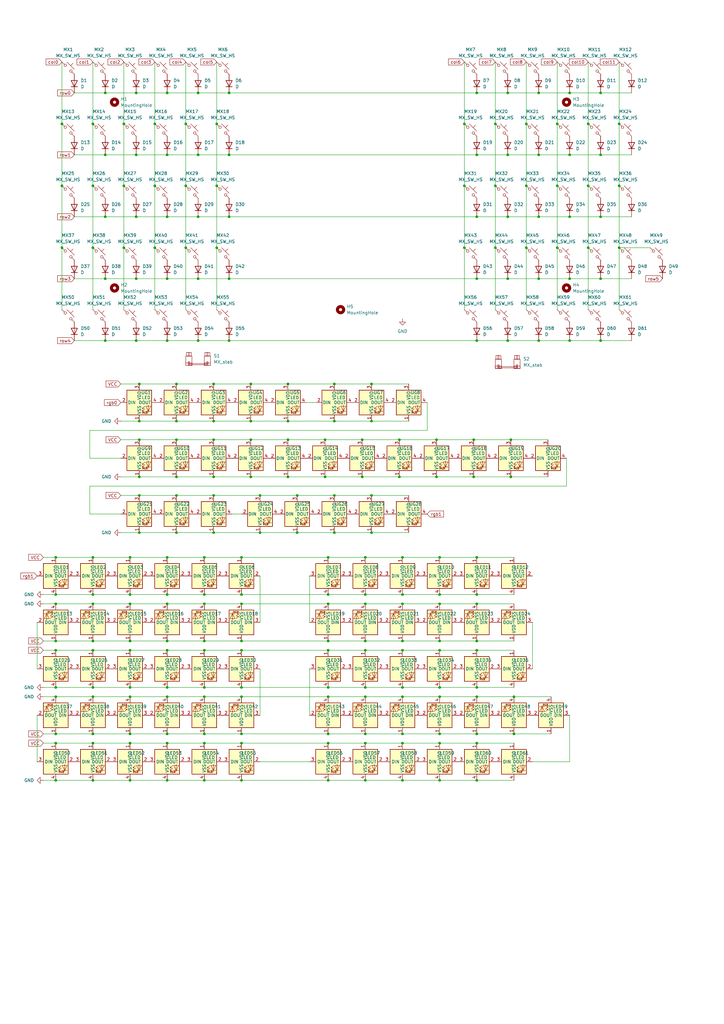
<source format=kicad_sch>
(kicad_sch (version 20231120) (generator "eeschema") (generator_version "8.0")
  (paper "A3" portrait)
  (title_block (title "barnacle") (rev "1") (company "floookay") (comment 1 "https://github.com/floookay/barnacle"))
  (junction (at 149.86 304.8))
  (junction (at 68.58 285.75))
  (junction (at 57.15 157.48))
  (junction (at 118.11 195.58))
  (junction (at 134.62 300.99))
  (junction (at 88.9 50.8))
  (junction (at 38.1 266.7))
  (junction (at 87.63 203.2))
  (junction (at 38.1 101.6))
  (junction (at 190.5 76.2))
  (junction (at 63.5 50.8))
  (junction (at 63.5 76.2))
  (junction (at 99.06 243.84))
  (junction (at 179.07 180.34))
  (junction (at 68.58 266.7))
  (junction (at 134.62 320.04))
  (junction (at 99.06 285.75))
  (junction (at 53.34 320.04))
  (junction (at 102.87 172.72))
  (junction (at 149.86 247.65))
  (junction (at 203.2 76.2))
  (junction (at 72.39 157.48))
  (junction (at 102.87 180.34))
  (junction (at 180.34 320.04))
  (junction (at 194.31 195.58))
  (junction (at 180.34 304.8))
  (junction (at 165.1 262.89))
  (junction (at 134.62 266.7))
  (junction (at 134.62 247.65))
  (junction (at 87.63 218.44))
  (junction (at 99.06 262.89))
  (junction (at 163.83 195.58))
  (junction (at 68.58 247.65))
  (junction (at 163.83 180.34))
  (junction (at 210.82 300.99))
  (junction (at 137.16 218.44))
  (junction (at 180.34 300.99))
  (junction (at 43.18 88.9))
  (junction (at 149.86 285.75))
  (junction (at 220.98 88.9))
  (junction (at 38.1 50.8))
  (junction (at 180.34 247.65))
  (junction (at 165.1 243.84))
  (junction (at 68.58 304.8))
  (junction (at 99.06 281.94))
  (junction (at 194.31 180.34))
  (junction (at 233.68 139.7))
  (junction (at 195.58 139.7))
  (junction (at 208.28 38.1))
  (junction (at 72.39 203.2))
  (junction (at 203.2 101.6))
  (junction (at 43.18 114.3))
  (junction (at 83.82 285.75))
  (junction (at 83.82 228.6))
  (junction (at 76.2 101.6))
  (junction (at 152.4 172.72))
  (junction (at 180.34 281.94))
  (junction (at 38.1 304.8))
  (junction (at 195.58 38.1))
  (junction (at 76.2 50.8))
  (junction (at 179.07 195.58))
  (junction (at 22.86 247.65))
  (junction (at 87.63 195.58))
  (junction (at 93.98 114.3))
  (junction (at 209.55 195.58))
  (junction (at 165.1 228.6))
  (junction (at 195.58 320.04))
  (junction (at 118.11 180.34))
  (junction (at 99.06 300.99))
  (junction (at 121.92 203.2))
  (junction (at 165.1 281.94))
  (junction (at 195.58 228.6))
  (junction (at 134.62 285.75))
  (junction (at 215.9 76.2))
  (junction (at 57.15 180.34))
  (junction (at 68.58 262.89))
  (junction (at 72.39 172.72))
  (junction (at 99.06 304.8))
  (junction (at 195.58 262.89))
  (junction (at 57.15 203.2))
  (junction (at 106.68 218.44))
  (junction (at 254 50.8))
  (junction (at 22.86 228.6))
  (junction (at 137.16 203.2))
  (junction (at 25.4 101.6))
  (junction (at 87.63 172.72))
  (junction (at 133.35 180.34))
  (junction (at 149.86 262.89))
  (junction (at 93.98 88.9))
  (junction (at 228.6 101.6))
  (junction (at 81.28 38.1))
  (junction (at 195.58 243.84))
  (junction (at 149.86 320.04))
  (junction (at 81.28 63.5))
  (junction (at 246.38 63.5))
  (junction (at 93.98 63.5))
  (junction (at 134.62 243.84))
  (junction (at 134.62 228.6))
  (junction (at 134.62 304.8))
  (junction (at 81.28 88.9))
  (junction (at 72.39 218.44))
  (junction (at 68.58 243.84))
  (junction (at 38.1 262.89))
  (junction (at 233.68 88.9))
  (junction (at 149.86 228.6))
  (junction (at 220.98 139.7))
  (junction (at 63.5 101.6))
  (junction (at 254 101.6))
  (junction (at 246.38 38.1))
  (junction (at 38.1 76.2))
  (junction (at 208.28 63.5))
  (junction (at 208.28 88.9))
  (junction (at 99.06 228.6))
  (junction (at 57.15 172.72))
  (junction (at 83.82 281.94))
  (junction (at 76.2 76.2))
  (junction (at 102.87 195.58))
  (junction (at 83.82 320.04))
  (junction (at 83.82 243.84))
  (junction (at 53.34 300.99))
  (junction (at 68.58 228.6))
  (junction (at 190.5 50.8))
  (junction (at 149.86 281.94))
  (junction (at 121.92 218.44))
  (junction (at 148.59 180.34))
  (junction (at 50.8 50.8))
  (junction (at 203.2 50.8))
  (junction (at 87.63 180.34))
  (junction (at 72.39 180.34))
  (junction (at 68.58 63.5))
  (junction (at 149.86 300.99))
  (junction (at 57.15 195.58))
  (junction (at 152.4 157.48))
  (junction (at 57.15 218.44))
  (junction (at 22.86 300.99))
  (junction (at 93.98 38.1))
  (junction (at 180.34 262.89))
  (junction (at 22.86 320.04))
  (junction (at 165.1 304.8))
  (junction (at 195.58 304.8))
  (junction (at 233.68 114.3))
  (junction (at 38.1 243.84))
  (junction (at 25.4 50.8))
  (junction (at 83.82 247.65))
  (junction (at 134.62 281.94))
  (junction (at 165.1 247.65))
  (junction (at 53.34 243.84))
  (junction (at 53.34 247.65))
  (junction (at 215.9 101.6))
  (junction (at 43.18 38.1))
  (junction (at 99.06 320.04))
  (junction (at 165.1 300.99))
  (junction (at 180.34 266.7))
  (junction (at 93.98 139.7))
  (junction (at 148.59 195.58))
  (junction (at 81.28 139.7))
  (junction (at 50.8 76.2))
  (junction (at 55.88 63.5))
  (junction (at 246.38 139.7))
  (junction (at 55.88 38.1))
  (junction (at 83.82 262.89))
  (junction (at 68.58 320.04))
  (junction (at 149.86 266.7))
  (junction (at 195.58 281.94))
  (junction (at 133.35 195.58))
  (junction (at 180.34 285.75))
  (junction (at 88.9 76.2))
  (junction (at 165.1 266.7))
  (junction (at 102.87 157.48))
  (junction (at 72.39 195.58))
  (junction (at 68.58 38.1))
  (junction (at 195.58 300.99))
  (junction (at 43.18 63.5))
  (junction (at 55.88 88.9))
  (junction (at 22.86 262.89))
  (junction (at 209.55 180.34))
  (junction (at 241.3 50.8))
  (junction (at 195.58 266.7))
  (junction (at 195.58 88.9))
  (junction (at 55.88 114.3))
  (junction (at 195.58 63.5))
  (junction (at 38.1 247.65))
  (junction (at 195.58 247.65))
  (junction (at 22.86 281.94))
  (junction (at 195.58 114.3))
  (junction (at 190.5 101.6))
  (junction (at 88.9 101.6))
  (junction (at 220.98 63.5))
  (junction (at 83.82 300.99))
  (junction (at 43.18 139.7))
  (junction (at 220.98 114.3))
  (junction (at 241.3 76.2))
  (junction (at 68.58 139.7))
  (junction (at 254 76.2))
  (junction (at 137.16 172.72))
  (junction (at 22.86 304.8))
  (junction (at 180.34 243.84))
  (junction (at 106.68 203.2))
  (junction (at 68.58 300.99))
  (junction (at 208.28 139.7))
  (junction (at 53.34 281.94))
  (junction (at 233.68 38.1))
  (junction (at 228.6 76.2))
  (junction (at 152.4 203.2))
  (junction (at 210.82 285.75))
  (junction (at 38.1 285.75))
  (junction (at 53.34 266.7))
  (junction (at 68.58 281.94))
  (junction (at 137.16 157.48))
  (junction (at 149.86 243.84))
  (junction (at 228.6 50.8))
  (junction (at 25.4 76.2))
  (junction (at 165.1 320.04))
  (junction (at 87.63 157.48))
  (junction (at 241.3 101.6))
  (junction (at 165.1 285.75))
  (junction (at 50.8 101.6))
  (junction (at 68.58 88.9))
  (junction (at 208.28 114.3))
  (junction (at 55.88 139.7))
  (junction (at 233.68 63.5))
  (junction (at 22.86 266.7))
  (junction (at 215.9 50.8))
  (junction (at 38.1 300.99))
  (junction (at 99.06 266.7))
  (junction (at 246.38 88.9))
  (junction (at 38.1 281.94))
  (junction (at 220.98 38.1))
  (junction (at 22.86 243.84))
  (junction (at 38.1 320.04))
  (junction (at 53.34 262.89))
  (junction (at 53.34 285.75))
  (junction (at 38.1 228.6))
  (junction (at 118.11 157.48))
  (junction (at 99.06 247.65))
  (junction (at 195.58 285.75))
  (junction (at 118.11 172.72))
  (junction (at 81.28 114.3))
  (junction (at 83.82 304.8))
  (junction (at 68.58 114.3))
  (junction (at 180.34 228.6))
  (junction (at 53.34 228.6))
  (junction (at 83.82 266.7))
  (junction (at 53.34 304.8))
  (junction (at 246.38 114.3))
  (junction (at 134.62 262.89))
  (junction (at 152.4 218.44))
  (junction (at 22.86 285.75))
  (wire (pts (xy 99.06 243.84) (xy 134.62 243.84)))
  (wire (pts (xy 22.86 247.65) (xy 38.1 247.65)))
  (wire (pts (xy 68.58 243.84) (xy 83.82 243.84)))
  (wire (pts (xy 254 101.6) (xy 254 127)))
  (wire (pts (xy 118.11 172.72) (xy 137.16 172.72)))
  (wire (pts (xy 15.24 293.37) (xy 15.24 312.42)))
  (wire (pts (xy 43.18 38.1) (xy 55.88 38.1)))
  (wire (pts (xy 57.15 218.44) (xy 72.39 218.44)))
  (wire (pts (xy 17.78 300.99) (xy 22.86 300.99)))
  (wire (pts (xy 68.58 300.99) (xy 83.82 300.99)))
  (wire (pts (xy 22.86 281.94) (xy 38.1 281.94)))
  (wire (pts (xy 76.2 76.2) (xy 76.2 101.6)))
  (wire (pts (xy 203.2 25.4) (xy 203.2 50.8)))
  (wire (pts (xy 99.06 300.99) (xy 134.62 300.99)))
  (wire (pts (xy 163.83 180.34) (xy 179.07 180.34)))
  (wire (pts (xy 57.15 180.34) (xy 72.39 180.34)))
  (wire (pts (xy 38.1 101.6) (xy 38.1 127)))
  (wire (pts (xy 17.78 247.65) (xy 22.86 247.65)))
  (wire (pts (xy 180.34 304.8) (xy 195.58 304.8)))
  (wire (pts (xy 99.06 247.65) (xy 134.62 247.65)))
  (wire (pts (xy 99.06 266.7) (xy 134.62 266.7)))
  (wire (pts (xy 38.1 247.65) (xy 53.34 247.65)))
  (wire (pts (xy 83.82 300.99) (xy 99.06 300.99)))
  (wire (pts (xy 95.25 210.82) (xy 99.06 210.82)))
  (wire (pts (xy 36.83 187.96) (xy 49.53 187.96)))
  (wire (pts (xy 87.63 218.44) (xy 106.68 218.44)))
  (wire (pts (xy 195.58 266.7) (xy 210.82 266.7)))
  (wire (pts (xy 63.5 76.2) (xy 63.5 101.6)))
  (wire (pts (xy 22.86 304.8) (xy 38.1 304.8)))
  (wire (pts (xy 121.92 203.2) (xy 137.16 203.2)))
  (wire (pts (xy 38.1 50.8) (xy 38.1 76.2)))
  (wire (pts (xy 53.34 285.75) (xy 68.58 285.75)))
  (wire (pts (xy 179.07 180.34) (xy 194.31 180.34)))
  (wire (pts (xy 17.78 262.89) (xy 22.86 262.89)))
  (wire (pts (xy 68.58 262.89) (xy 83.82 262.89)))
  (wire (pts (xy 87.63 195.58) (xy 102.87 195.58)))
  (wire (pts (xy 195.58 320.04) (xy 210.82 320.04)))
  (wire (pts (xy 17.78 304.8) (xy 22.86 304.8)))
  (wire (pts (xy 134.62 304.8) (xy 149.86 304.8)))
  (wire (pts (xy 93.98 38.1) (xy 195.58 38.1)))
  (wire (pts (xy 134.62 300.99) (xy 149.86 300.99)))
  (wire (pts (xy 36.83 210.82) (xy 49.53 210.82)))
  (wire (pts (xy 195.58 262.89) (xy 210.82 262.89)))
  (wire (pts (xy 137.16 203.2) (xy 152.4 203.2)))
  (wire (pts (xy 83.82 281.94) (xy 99.06 281.94)))
  (wire (pts (xy 149.86 285.75) (xy 165.1 285.75)))
  (wire (pts (xy 83.82 266.7) (xy 99.06 266.7)))
  (wire (pts (xy 218.44 255.27) (xy 218.44 274.32)))
  (wire (pts (xy 246.38 63.5) (xy 259.08 63.5)))
  (wire (pts (xy 72.39 203.2) (xy 87.63 203.2)))
  (wire (pts (xy 63.5 101.6) (xy 63.5 127)))
  (wire (pts (xy 76.2 50.8) (xy 76.2 76.2)))
  (wire (pts (xy 254 76.2) (xy 254 101.6)))
  (wire (pts (xy 165.1 320.04) (xy 180.34 320.04)))
  (wire (pts (xy 76.2 101.6) (xy 76.2 127)))
  (wire (pts (xy 38.1 25.4) (xy 38.1 50.8)))
  (wire (pts (xy 149.86 300.99) (xy 165.1 300.99)))
  (wire (pts (xy 149.86 320.04) (xy 165.1 320.04)))
  (wire (pts (xy 241.3 101.6) (xy 241.3 127)))
  (wire (pts (xy 175.26 165.1) (xy 175.26 176.53)))
  (wire (pts (xy 149.86 262.89) (xy 165.1 262.89)))
  (wire (pts (xy 134.62 285.75) (xy 149.86 285.75)))
  (wire (pts (xy 106.68 203.2) (xy 121.92 203.2)))
  (wire (pts (xy 72.39 218.44) (xy 87.63 218.44)))
  (wire (pts (xy 99.06 228.6) (xy 134.62 228.6)))
  (wire (pts (xy 25.4 101.6) (xy 25.4 127)))
  (wire (pts (xy 180.34 281.94) (xy 195.58 281.94)))
  (wire (pts (xy 76.2 25.4) (xy 76.2 50.8)))
  (wire (pts (xy 180.34 320.04) (xy 195.58 320.04)))
  (wire (pts (xy 22.86 262.89) (xy 38.1 262.89)))
  (wire (pts (xy 194.31 180.34) (xy 209.55 180.34)))
  (wire (pts (xy 220.98 63.5) (xy 233.68 63.5)))
  (wire (pts (xy 228.6 25.4) (xy 228.6 50.8)))
  (wire (pts (xy 53.34 320.04) (xy 68.58 320.04)))
  (wire (pts (xy 165.1 243.84) (xy 180.34 243.84)))
  (wire (pts (xy 22.86 243.84) (xy 38.1 243.84)))
  (wire (pts (xy 83.82 262.89) (xy 99.06 262.89)))
  (wire (pts (xy 83.82 320.04) (xy 99.06 320.04)))
  (wire (pts (xy 72.39 172.72) (xy 87.63 172.72)))
  (wire (pts (xy 134.62 262.89) (xy 149.86 262.89)))
  (wire (pts (xy 83.82 228.6) (xy 99.06 228.6)))
  (wire (pts (xy 165.1 262.89) (xy 180.34 262.89)))
  (wire (pts (xy 127 274.32) (xy 127 293.37)))
  (wire (pts (xy 49.53 172.72) (xy 57.15 172.72)))
  (wire (pts (xy 88.9 76.2) (xy 88.9 101.6)))
  (wire (pts (xy 137.16 218.44) (xy 152.4 218.44)))
  (wire (pts (xy 30.48 38.1) (xy 43.18 38.1)))
  (wire (pts (xy 190.5 76.2) (xy 190.5 101.6)))
  (wire (pts (xy 68.58 139.7) (xy 81.28 139.7)))
  (wire (pts (xy 179.07 195.58) (xy 194.31 195.58)))
  (wire (pts (xy 83.82 243.84) (xy 99.06 243.84)))
  (wire (pts (xy 57.15 157.48) (xy 72.39 157.48)))
  (wire (pts (xy 233.68 312.42) (xy 233.68 293.37)))
  (wire (pts (xy 228.6 76.2) (xy 228.6 101.6)))
  (wire (pts (xy 195.58 38.1) (xy 208.28 38.1)))
  (wire (pts (xy 68.58 320.04) (xy 83.82 320.04)))
  (wire (pts (xy 53.34 304.8) (xy 68.58 304.8)))
  (wire (pts (xy 22.86 266.7) (xy 38.1 266.7)))
  (wire (pts (xy 149.86 281.94) (xy 165.1 281.94)))
  (wire (pts (xy 241.3 25.4) (xy 241.3 50.8)))
  (wire (pts (xy 53.34 300.99) (xy 68.58 300.99)))
  (wire (pts (xy 87.63 172.72) (xy 102.87 172.72)))
  (wire (pts (xy 152.4 218.44) (xy 167.64 218.44)))
  (wire (pts (xy 134.62 281.94) (xy 149.86 281.94)))
  (wire (pts (xy 149.86 247.65) (xy 165.1 247.65)))
  (wire (pts (xy 102.87 180.34) (xy 118.11 180.34)))
  (wire (pts (xy 203.2 50.8) (xy 203.2 76.2)))
  (wire (pts (xy 180.34 285.75) (xy 195.58 285.75)))
  (wire (pts (xy 149.86 228.6) (xy 165.1 228.6)))
  (wire (pts (xy 195.58 88.9) (xy 208.28 88.9)))
  (wire (pts (xy 220.98 88.9) (xy 233.68 88.9)))
  (wire (pts (xy 68.58 38.1) (xy 81.28 38.1)))
  (wire (pts (xy 43.18 139.7) (xy 55.88 139.7)))
  (wire (pts (xy 209.55 195.58) (xy 224.79 195.58)))
  (wire (pts (xy 195.58 247.65) (xy 210.82 247.65)))
  (wire (pts (xy 17.78 281.94) (xy 22.86 281.94)))
  (wire (pts (xy 210.82 285.75) (xy 226.06 285.75)))
  (wire (pts (xy 220.98 139.7) (xy 233.68 139.7)))
  (wire (pts (xy 99.06 262.89) (xy 134.62 262.89)))
  (wire (pts (xy 137.16 157.48) (xy 152.4 157.48)))
  (wire (pts (xy 125.73 165.1) (xy 129.54 165.1)))
  (wire (pts (xy 246.38 38.1) (xy 259.08 38.1)))
  (wire (pts (xy 148.59 180.34) (xy 163.83 180.34)))
  (wire (pts (xy 93.98 63.5) (xy 195.58 63.5)))
  (wire (pts (xy 118.11 180.34) (xy 133.35 180.34)))
  (wire (pts (xy 149.86 304.8) (xy 165.1 304.8)))
  (wire (pts (xy 220.98 114.3) (xy 233.68 114.3)))
  (wire (pts (xy 134.62 320.04) (xy 149.86 320.04)))
  (wire (pts (xy 127 236.22) (xy 127 255.27)))
  (wire (pts (xy 83.82 247.65) (xy 99.06 247.65)))
  (wire (pts (xy 17.78 228.6) (xy 22.86 228.6)))
  (wire (pts (xy 99.06 281.94) (xy 134.62 281.94)))
  (wire (pts (xy 232.41 199.39) (xy 36.83 199.39)))
  (wire (pts (xy 134.62 228.6) (xy 149.86 228.6)))
  (wire (pts (xy 233.68 38.1) (xy 246.38 38.1)))
  (wire (pts (xy 215.9 25.4) (xy 215.9 50.8)))
  (wire (pts (xy 233.68 114.3) (xy 246.38 114.3)))
  (wire (pts (xy 195.58 281.94) (xy 210.82 281.94)))
  (wire (pts (xy 53.34 281.94) (xy 68.58 281.94)))
  (wire (pts (xy 38.1 285.75) (xy 53.34 285.75)))
  (wire (pts (xy 215.9 101.6) (xy 215.9 127)))
  (wire (pts (xy 195.58 114.3) (xy 208.28 114.3)))
  (wire (pts (xy 195.58 243.84) (xy 210.82 243.84)))
  (wire (pts (xy 180.34 243.84) (xy 195.58 243.84)))
  (wire (pts (xy 99.06 285.75) (xy 134.62 285.75)))
  (wire (pts (xy 165.1 300.99) (xy 180.34 300.99)))
  (wire (pts (xy 25.4 76.2) (xy 25.4 101.6)))
  (wire (pts (xy 215.9 50.8) (xy 215.9 76.2)))
  (wire (pts (xy 53.34 262.89) (xy 68.58 262.89)))
  (wire (pts (xy 133.35 180.34) (xy 148.59 180.34)))
  (wire (pts (xy 68.58 281.94) (xy 83.82 281.94)))
  (wire (pts (xy 228.6 101.6) (xy 228.6 127)))
  (wire (pts (xy 55.88 88.9) (xy 68.58 88.9)))
  (wire (pts (xy 106.68 274.32) (xy 106.68 293.37)))
  (wire (pts (xy 152.4 157.48) (xy 167.64 157.48)))
  (wire (pts (xy 22.86 320.04) (xy 38.1 320.04)))
  (wire (pts (xy 63.5 50.8) (xy 63.5 76.2)))
  (wire (pts (xy 118.11 157.48) (xy 137.16 157.48)))
  (wire (pts (xy 38.1 300.99) (xy 53.34 300.99)))
  (wire (pts (xy 38.1 228.6) (xy 53.34 228.6)))
  (wire (pts (xy 63.5 25.4) (xy 63.5 50.8)))
  (wire (pts (xy 208.28 63.5) (xy 220.98 63.5)))
  (wire (pts (xy 180.34 262.89) (xy 195.58 262.89)))
  (wire (pts (xy 209.55 180.34) (xy 224.79 180.34)))
  (wire (pts (xy 30.48 63.5) (xy 43.18 63.5)))
  (wire (pts (xy 88.9 101.6) (xy 88.9 127)))
  (wire (pts (xy 36.83 176.53) (xy 36.83 187.96)))
  (wire (pts (xy 38.1 262.89) (xy 53.34 262.89)))
  (wire (pts (xy 53.34 266.7) (xy 68.58 266.7)))
  (wire (pts (xy 208.28 38.1) (xy 220.98 38.1)))
  (wire (pts (xy 15.24 255.27) (xy 15.24 274.32)))
  (wire (pts (xy 55.88 139.7) (xy 68.58 139.7)))
  (wire (pts (xy 68.58 247.65) (xy 83.82 247.65)))
  (wire (pts (xy 134.62 243.84) (xy 149.86 243.84)))
  (wire (pts (xy 208.28 139.7) (xy 220.98 139.7)))
  (wire (pts (xy 57.15 195.58) (xy 72.39 195.58)))
  (wire (pts (xy 134.62 266.7) (xy 149.86 266.7)))
  (wire (pts (xy 68.58 88.9) (xy 81.28 88.9)))
  (wire (pts (xy 72.39 157.48) (xy 87.63 157.48)))
  (wire (pts (xy 36.83 199.39) (xy 36.83 210.82)))
  (wire (pts (xy 68.58 266.7) (xy 83.82 266.7)))
  (wire (pts (xy 57.15 203.2) (xy 72.39 203.2)))
  (wire (pts (xy 233.68 63.5) (xy 246.38 63.5)))
  (wire (pts (xy 190.5 25.4) (xy 190.5 50.8)))
  (wire (pts (xy 241.3 76.2) (xy 241.3 101.6)))
  (wire (pts (xy 38.1 243.84) (xy 53.34 243.84)))
  (wire (pts (xy 190.5 50.8) (xy 190.5 76.2)))
  (wire (pts (xy 254 50.8) (xy 254 76.2)))
  (wire (pts (xy 49.53 218.44) (xy 57.15 218.44)))
  (wire (pts (xy 49.53 195.58) (xy 57.15 195.58)))
  (wire (pts (xy 72.39 180.34) (xy 87.63 180.34)))
  (wire (pts (xy 88.9 50.8) (xy 88.9 76.2)))
  (wire (pts (xy 203.2 101.6) (xy 203.2 127)))
  (wire (pts (xy 53.34 228.6) (xy 68.58 228.6)))
  (wire (pts (xy 55.88 114.3) (xy 68.58 114.3)))
  (wire (pts (xy 43.18 88.9) (xy 55.88 88.9)))
  (wire (pts (xy 233.68 139.7) (xy 246.38 139.7)))
  (wire (pts (xy 30.48 139.7) (xy 43.18 139.7)))
  (wire (pts (xy 106.68 236.22) (xy 106.68 255.27)))
  (wire (pts (xy 68.58 228.6) (xy 83.82 228.6)))
  (wire (pts (xy 88.9 25.4) (xy 88.9 50.8)))
  (wire (pts (xy 50.8 101.6) (xy 50.8 127)))
  (wire (pts (xy 190.5 101.6) (xy 190.5 127)))
  (wire (pts (xy 233.68 88.9) (xy 246.38 88.9)))
  (wire (pts (xy 195.58 228.6) (xy 210.82 228.6)))
  (wire (pts (xy 55.88 63.5) (xy 68.58 63.5)))
  (wire (pts (xy 38.1 304.8) (xy 53.34 304.8)))
  (wire (pts (xy 87.63 180.34) (xy 102.87 180.34)))
  (wire (pts (xy 195.58 304.8) (xy 210.82 304.8)))
  (wire (pts (xy 203.2 76.2) (xy 203.2 101.6)))
  (wire (pts (xy 106.68 312.42) (xy 127 312.42)))
  (wire (pts (xy 194.31 195.58) (xy 209.55 195.58)))
  (wire (pts (xy 57.15 172.72) (xy 72.39 172.72)))
  (wire (pts (xy 83.82 304.8) (xy 99.06 304.8)))
  (wire (pts (xy 93.98 88.9) (xy 195.58 88.9)))
  (wire (pts (xy 93.98 114.3) (xy 195.58 114.3)))
  (wire (pts (xy 68.58 304.8) (xy 83.82 304.8)))
  (wire (pts (xy 38.1 266.7) (xy 53.34 266.7)))
  (wire (pts (xy 208.28 114.3) (xy 220.98 114.3)))
  (wire (pts (xy 195.58 300.99) (xy 210.82 300.99)))
  (wire (pts (xy 137.16 172.72) (xy 152.4 172.72)))
  (wire (pts (xy 68.58 285.75) (xy 83.82 285.75)))
  (wire (pts (xy 149.86 243.84) (xy 165.1 243.84)))
  (wire (pts (xy 17.78 266.7) (xy 22.86 266.7)))
  (wire (pts (xy 22.86 285.75) (xy 38.1 285.75)))
  (wire (pts (xy 165.1 304.8) (xy 180.34 304.8)))
  (wire (pts (xy 87.63 203.2) (xy 106.68 203.2)))
  (wire (pts (xy 241.3 50.8) (xy 241.3 76.2)))
  (wire (pts (xy 165.1 228.6) (xy 180.34 228.6)))
  (wire (pts (xy 50.8 76.2) (xy 50.8 101.6)))
  (wire (pts (xy 17.78 243.84) (xy 22.86 243.84)))
  (wire (pts (xy 165.1 247.65) (xy 180.34 247.65)))
  (wire (pts (xy 17.78 320.04) (xy 22.86 320.04)))
  (wire (pts (xy 55.88 38.1) (xy 68.58 38.1)))
  (wire (pts (xy 49.53 180.34) (xy 57.15 180.34)))
  (wire (pts (xy 102.87 157.48) (xy 118.11 157.48)))
  (wire (pts (xy 72.39 195.58) (xy 87.63 195.58)))
  (wire (pts (xy 220.98 38.1) (xy 233.68 38.1)))
  (wire (pts (xy 254 101.6) (xy 266.7 101.6)))
  (wire (pts (xy 148.59 195.58) (xy 163.83 195.58)))
  (wire (pts (xy 102.87 172.72) (xy 118.11 172.72)))
  (wire (pts (xy 180.34 228.6) (xy 195.58 228.6)))
  (wire (pts (xy 195.58 63.5) (xy 208.28 63.5)))
  (wire (pts (xy 99.06 320.04) (xy 134.62 320.04)))
  (wire (pts (xy 30.48 114.3) (xy 43.18 114.3)))
  (wire (pts (xy 133.35 195.58) (xy 148.59 195.58)))
  (wire (pts (xy 38.1 281.94) (xy 53.34 281.94)))
  (wire (pts (xy 50.8 50.8) (xy 50.8 76.2)))
  (wire (pts (xy 17.78 285.75) (xy 22.86 285.75)))
  (wire (pts (xy 152.4 172.72) (xy 167.64 172.72)))
  (wire (pts (xy 22.86 300.99) (xy 38.1 300.99)))
  (wire (pts (xy 218.44 312.42) (xy 233.68 312.42)))
  (wire (pts (xy 81.28 139.7) (xy 93.98 139.7)))
  (wire (pts (xy 149.86 266.7) (xy 165.1 266.7)))
  (wire (pts (xy 43.18 63.5) (xy 55.88 63.5)))
  (wire (pts (xy 68.58 114.3) (xy 81.28 114.3)))
  (wire (pts (xy 246.38 114.3) (xy 259.08 114.3)))
  (wire (pts (xy 53.34 247.65) (xy 68.58 247.65)))
  (wire (pts (xy 30.48 88.9) (xy 43.18 88.9)))
  (wire (pts (xy 210.82 300.99) (xy 226.06 300.99)))
  (wire (pts (xy 254 25.4) (xy 254 50.8)))
  (wire (pts (xy 163.83 195.58) (xy 179.07 195.58)))
  (wire (pts (xy 134.62 247.65) (xy 149.86 247.65)))
  (wire (pts (xy 232.41 187.96) (xy 232.41 199.39)))
  (wire (pts (xy 68.58 63.5) (xy 81.28 63.5)))
  (wire (pts (xy 22.86 228.6) (xy 38.1 228.6)))
  (wire (pts (xy 99.06 304.8) (xy 134.62 304.8)))
  (wire (pts (xy 175.26 176.53) (xy 36.83 176.53)))
  (wire (pts (xy 38.1 76.2) (xy 38.1 101.6)))
  (wire (pts (xy 81.28 38.1) (xy 93.98 38.1)))
  (wire (pts (xy 118.11 195.58) (xy 133.35 195.58)))
  (wire (pts (xy 53.34 243.84) (xy 68.58 243.84)))
  (wire (pts (xy 246.38 88.9) (xy 259.08 88.9)))
  (wire (pts (xy 215.9 76.2) (xy 215.9 101.6)))
  (wire (pts (xy 25.4 25.4) (xy 25.4 50.8)))
  (wire (pts (xy 49.53 203.2) (xy 57.15 203.2)))
  (wire (pts (xy 180.34 266.7) (xy 195.58 266.7)))
  (wire (pts (xy 180.34 247.65) (xy 195.58 247.65)))
  (wire (pts (xy 93.98 139.7) (xy 195.58 139.7)))
  (wire (pts (xy 81.28 114.3) (xy 93.98 114.3)))
  (wire (pts (xy 83.82 285.75) (xy 99.06 285.75)))
  (wire (pts (xy 49.53 157.48) (xy 57.15 157.48)))
  (wire (pts (xy 246.38 139.7) (xy 259.08 139.7)))
  (wire (pts (xy 195.58 139.7) (xy 208.28 139.7)))
  (wire (pts (xy 50.8 25.4) (xy 50.8 50.8)))
  (wire (pts (xy 25.4 50.8) (xy 25.4 76.2)))
  (wire (pts (xy 165.1 266.7) (xy 180.34 266.7)))
  (wire (pts (xy 81.28 88.9) (xy 93.98 88.9)))
  (wire (pts (xy 180.34 300.99) (xy 195.58 300.99)))
  (wire (pts (xy 152.4 203.2) (xy 167.64 203.2)))
  (wire (pts (xy 106.68 218.44) (xy 121.92 218.44)))
  (wire (pts (xy 165.1 281.94) (xy 180.34 281.94)))
  (wire (pts (xy 38.1 320.04) (xy 53.34 320.04)))
  (wire (pts (xy 81.28 63.5) (xy 93.98 63.5)))
  (wire (pts (xy 228.6 50.8) (xy 228.6 76.2)))
  (wire (pts (xy 87.63 157.48) (xy 102.87 157.48)))
  (wire (pts (xy 121.92 218.44) (xy 137.16 218.44)))
  (wire (pts (xy 195.58 285.75) (xy 210.82 285.75)))
  (wire (pts (xy 165.1 285.75) (xy 180.34 285.75)))
  (wire (pts (xy 102.87 195.58) (xy 118.11 195.58)))
  (wire (pts (xy 208.28 88.9) (xy 220.98 88.9)))
  (wire (pts (xy 43.18 114.3) (xy 55.88 114.3)))
  (global_label "col9" (shape input) (at 228.6 25.4 180) (property "Intersheetrefs" "${INTERSHEET_REFS}" (effects (hide yes))))
  (global_label "rgb1" (shape input) (at 175.26 210.82 0) (property "Intersheetrefs" "${INTERSHEET_REFS}" (effects (hide yes))))
  (global_label "row3" (shape input) (at 128.27 -3.81 180) (property "Intersheetrefs" "${INTERSHEET_REFS}" (effects (hide yes))))
  (global_label "col1" (shape input) (at 38.1 25.4 180) (property "Intersheetrefs" "${INTERSHEET_REFS}" (effects (hide yes))))
  (global_label "row5" (shape input) (at 162.56 -26.67 180) (property "Intersheetrefs" "${INTERSHEET_REFS}" (effects (hide yes))))
  (global_label "VCC" (shape input) (at 49.53 203.2 180) (property "Intersheetrefs" "${INTERSHEET_REFS}" (effects (hide yes))))
  (global_label "row1" (shape input) (at 128.27 -8.89 180) (property "Intersheetrefs" "${INTERSHEET_REFS}" (effects (hide yes))))
  (global_label "col6" (shape input) (at 162.56 -11.43 180) (property "Intersheetrefs" "${INTERSHEET_REFS}" (effects (hide yes))))
  (global_label "row3" (shape input) (at 30.48 114.3 180) (property "Intersheetrefs" "${INTERSHEET_REFS}" (effects (hide yes))))
  (global_label "rgb0" (shape input) (at 162.56 -29.21 180) (property "Intersheetrefs" "${INTERSHEET_REFS}" (effects (hide yes))))
  (global_label "rgb0" (shape input) (at 49.53 165.1 180) (property "Intersheetrefs" "${INTERSHEET_REFS}" (effects (hide yes))))
  (global_label "col10" (shape input) (at 162.56 -21.59 180) (property "Intersheetrefs" "${INTERSHEET_REFS}" (effects (hide yes))))
  (global_label "col5" (shape input) (at 88.9 25.4 180) (property "Intersheetrefs" "${INTERSHEET_REFS}" (effects (hide yes))))
  (global_label "col0" (shape input) (at 128.27 -26.67 180) (property "Intersheetrefs" "${INTERSHEET_REFS}" (effects (hide yes))))
  (global_label "col10" (shape input) (at 241.3 25.4 180) (property "Intersheetrefs" "${INTERSHEET_REFS}" (effects (hide yes))))
  (global_label "row0" (shape input) (at 128.27 -11.43 180) (property "Intersheetrefs" "${INTERSHEET_REFS}" (effects (hide yes))))
  (global_label "row4" (shape input) (at 30.48 139.7 180) (property "Intersheetrefs" "${INTERSHEET_REFS}" (effects (hide yes))))
  (global_label "col11" (shape input) (at 162.56 -24.13 180) (property "Intersheetrefs" "${INTERSHEET_REFS}" (effects (hide yes))))
  (global_label "VCC" (shape input) (at 17.78 266.7 180) (property "Intersheetrefs" "${INTERSHEET_REFS}" (effects (hide yes))))
  (global_label "col7" (shape input) (at 203.2 25.4 180) (property "Intersheetrefs" "${INTERSHEET_REFS}" (effects (hide yes))))
  (global_label "col8" (shape input) (at 162.56 -16.51 180) (property "Intersheetrefs" "${INTERSHEET_REFS}" (effects (hide yes))))
  (global_label "VCC" (shape input) (at 49.53 157.48 180) (property "Intersheetrefs" "${INTERSHEET_REFS}" (effects (hide yes))))
  (global_label "col6" (shape input) (at 190.5 25.4 180) (property "Intersheetrefs" "${INTERSHEET_REFS}" (effects (hide yes))))
  (global_label "VCC" (shape input) (at 17.78 304.8 180) (property "Intersheetrefs" "${INTERSHEET_REFS}" (effects (hide yes))))
  (global_label "col1" (shape input) (at 128.27 -24.13 180) (property "Intersheetrefs" "${INTERSHEET_REFS}" (effects (hide yes))))
  (global_label "col8" (shape input) (at 215.9 25.4 180) (property "Intersheetrefs" "${INTERSHEET_REFS}" (effects (hide yes))))
  (global_label "col3" (shape input) (at 128.27 -19.05 180) (property "Intersheetrefs" "${INTERSHEET_REFS}" (effects (hide yes))))
  (global_label "col2" (shape input) (at 128.27 -21.59 180) (property "Intersheetrefs" "${INTERSHEET_REFS}" (effects (hide yes))))
  (global_label "row4" (shape input) (at 162.56 -3.81 180) (property "Intersheetrefs" "${INTERSHEET_REFS}" (effects (hide yes))))
  (global_label "col9" (shape input) (at 162.56 -19.05 180) (property "Intersheetrefs" "${INTERSHEET_REFS}" (effects (hide yes))))
  (global_label "col11" (shape input) (at 254 25.4 180) (property "Intersheetrefs" "${INTERSHEET_REFS}" (effects (hide yes))))
  (global_label "col4" (shape input) (at 128.27 -16.51 180) (property "Intersheetrefs" "${INTERSHEET_REFS}" (effects (hide yes))))
  (global_label "row2" (shape input) (at 128.27 -6.35 180) (property "Intersheetrefs" "${INTERSHEET_REFS}" (effects (hide yes))))
  (global_label "VCC" (shape input) (at 17.78 262.89 180) (property "Intersheetrefs" "${INTERSHEET_REFS}" (effects (hide yes))))
  (global_label "col0" (shape input) (at 25.4 25.4 180) (property "Intersheetrefs" "${INTERSHEET_REFS}" (effects (hide yes))))
  (global_label "row5" (shape input) (at 271.78 114.3 180) (property "Intersheetrefs" "${INTERSHEET_REFS}" (effects (hide yes))))
  (global_label "row2" (shape input) (at 30.48 88.9 180) (property "Intersheetrefs" "${INTERSHEET_REFS}" (effects (hide yes))))
  (global_label "VCC" (shape input) (at 49.53 180.34 180) (property "Intersheetrefs" "${INTERSHEET_REFS}" (effects (hide yes))))
  (global_label "col5" (shape input) (at 128.27 -13.97 180) (property "Intersheetrefs" "${INTERSHEET_REFS}" (effects (hide yes))))
  (global_label "VCC" (shape input) (at 17.78 228.6 180) (property "Intersheetrefs" "${INTERSHEET_REFS}" (effects (hide yes))))
  (global_label "col4" (shape input) (at 76.2 25.4 180) (property "Intersheetrefs" "${INTERSHEET_REFS}" (effects (hide yes))))
  (global_label "col3" (shape input) (at 63.5 25.4 180) (property "Intersheetrefs" "${INTERSHEET_REFS}" (effects (hide yes))))
  (global_label "VCC" (shape input) (at 162.56 -8.89 180) (property "Intersheetrefs" "${INTERSHEET_REFS}" (effects (hide yes))))
  (global_label "rgb1" (shape input) (at 15.24 236.22 180) (property "Intersheetrefs" "${INTERSHEET_REFS}" (effects (hide yes))))
  (global_label "VCC" (shape input) (at 17.78 300.99 180) (property "Intersheetrefs" "${INTERSHEET_REFS}" (effects (hide yes))))
  (global_label "col2" (shape input) (at 50.8 25.4 180) (property "Intersheetrefs" "${INTERSHEET_REFS}" (effects (hide yes))))
  (global_label "col7" (shape input) (at 162.56 -13.97 180) (property "Intersheetrefs" "${INTERSHEET_REFS}" (effects (hide yes))))
  (global_label "row1" (shape input) (at 30.48 63.5 180) (property "Intersheetrefs" "${INTERSHEET_REFS}" (effects (hide yes))))
  (global_label "row0" (shape input) (at 30.48 38.1 180) (property "Intersheetrefs" "${INTERSHEET_REFS}" (effects (hide yes))))
  (symbol (lib_id "PCM_marbastlib-mx:MX_SK6812MINI-E") (at 195.58 293.37 180) (unit 1)
    (property "Reference" "LED47" (at 199.39 289.814 0))
    (property "Value" "LED" (at 198.374 291.592 0))
    (property "Footprint" "PCM_marbastlib-mx:LED_MX_6028R" (effects (hide yes)))
    (property "Description" "Reverse mount adressable LED (WS2812 protocol)" (effects (hide yes)))
  )
  (symbol (lib_id "PCM_marbastlib-mx:MX_SW_HS_CPG151101S11") (at 91.44 129.54 0) (unit 1)
    (property "Reference" "MX55" (at 91.44 121.92 0))
    (property "Value" "MX_SW_HS" (at 91.44 124.46 0))
    (property "Footprint" "PCM_marbastlib-mx:SW_MX_HS_S_CPG151101S11_1u" (effects (hide yes)))
    (property "Description" "Push button switch, normally open, two pins, 45° tilted, Kailh CPG151101S11 for Cherry MX style switches" (effects (hide yes)))
  )
  (symbol (lib_id "PCM_marbastlib-mx:MX_SW_HS_CPG151101S11") (at 256.54 78.74 0) (unit 1)
    (property "Reference" "MX36" (at 256.54 71.12 0))
    (property "Value" "MX_SW_HS" (at 256.54 73.66 0))
    (property "Footprint" "PCM_marbastlib-mx:SW_MX_HS_S_CPG151101S11_1u" (effects (hide yes)))
    (property "Description" "Push button switch, normally open, two pins, 45° tilted, Kailh CPG151101S11 for Cherry MX style switches" (effects (hide yes)))
  )
  (symbol (lib_id "PCM_marbastlib-mx:MX_SK6812MINI-E") (at 38.1 255.27 180) (unit 1)
    (property "Reference" "LED14" (at 41.91 251.714 0))
    (property "Value" "LED" (at 40.894 253.492 0))
    (property "Footprint" "PCM_marbastlib-mx:LED_MX_6028R" (effects (hide yes)))
    (property "Description" "Reverse mount adressable LED (WS2812 protocol)" (effects (hide yes)))
  )
  (symbol (lib_id "LED:SK6812") (at 179.07 187.96 0) (unit 1)
    (property "Reference" "UG17" (at 181.864 183.896 0))
    (property "Value" "LED" (at 181.864 185.928 0))
    (property "Footprint" "barnacle:LED_SK6812-combi" (effects (hide yes)))
    (property "Datasheet" "https://cdn-shop.adafruit.com/product-files/1138/SK6812+LED+datasheet+.pdf" (effects (hide yes)))
    (property "Description" "RGB LED with integrated controller" (effects (hide yes)))
  )
  (symbol (lib_id "power:GND") (at 17.78 243.84 270) (unit 1)
    (property "Reference" "#PWR01" (effects (hide yes)))
    (property "Value" "GND" (at 13.97 243.8399 90) (effects (justify right)))
    (property "Description" "Power symbol creates a global label with name \"GND\" , ground" (effects (hide yes)))
  )
  (symbol (lib_id "PCM_marbastlib-mx:MX_SK6812MINI-E") (at 22.86 236.22 0) (unit 1)
    (property "Reference" "LED1" (at 25.908 232.664 0))
    (property "Value" "LED" (at 25.4 234.442 0))
    (property "Footprint" "PCM_marbastlib-mx:LED_MX_6028R-ROT" (effects (hide yes)))
    (property "Description" "Reverse mount adressable LED (WS2812 protocol)" (effects (hide yes)))
  )
  (symbol (lib_id "PCM_marbastlib-mx:MX_SW_HS_CPG151101S11") (at 205.74 104.14 0) (unit 1)
    (property "Reference" "MX44" (at 205.74 96.52 0))
    (property "Value" "MX_SW_HS" (at 205.74 99.06 0))
    (property "Footprint" "PCM_marbastlib-mx:SW_MX_HS_S_CPG151101S11_1u" (effects (hide yes)))
    (property "Description" "Push button switch, normally open, two pins, 45° tilted, Kailh CPG151101S11 for Cherry MX style switches" (effects (hide yes)))
  )
  (symbol (lib_id "PCM_marbastlib-mx:MX_SK6812MINI-E") (at 165.1 312.42 0) (unit 1)
    (property "Reference" "LED58" (at 168.148 308.864 0))
    (property "Value" "LED" (at 167.64 310.642 0))
    (property "Footprint" "PCM_marbastlib-mx:LED_MX_6028R-ROT" (effects (hide yes)))
    (property "Description" "Reverse mount adressable LED (WS2812 protocol)" (effects (hide yes)))
  )
  (symbol (lib_id "LED:SK6812") (at 87.63 187.96 0) (unit 1)
    (property "Reference" "UG11" (at 90.424 183.896 0))
    (property "Value" "LED" (at 90.424 185.928 0))
    (property "Footprint" "barnacle:LED_SK6812-combi" (effects (hide yes)))
    (property "Datasheet" "https://cdn-shop.adafruit.com/product-files/1138/SK6812+LED+datasheet+.pdf" (effects (hide yes)))
    (property "Description" "RGB LED with integrated controller" (effects (hide yes)))
  )
  (symbol (lib_id "PCM_marbastlib-mx:MX_SW_HS_CPG151101S11") (at 78.74 129.54 0) (unit 1)
    (property "Reference" "MX54" (at 78.74 121.92 0))
    (property "Value" "MX_SW_HS" (at 78.74 124.46 0))
    (property "Footprint" "PCM_marbastlib-mx:SW_MX_HS_S_CPG151101S11_1u" (effects (hide yes)))
    (property "Description" "Push button switch, normally open, two pins, 45° tilted, Kailh CPG151101S11 for Cherry MX style switches" (effects (hide yes)))
  )
  (symbol (lib_id "PCM_marbastlib-mx:MX_SK6812MINI-E") (at 99.06 312.42 0) (unit 1)
    (property "Reference" "LED55" (at 102.108 308.864 0))
    (property "Value" "LED" (at 101.6 310.642 0))
    (property "Footprint" "PCM_marbastlib-mx:LED_MX_6028R-ROT" (effects (hide yes)))
    (property "Description" "Reverse mount adressable LED (WS2812 protocol)" (effects (hide yes)))
  )
  (symbol (lib_id "PCM_marbastlib-mx:MX_SW_HS_CPG151101S11") (at 53.34 53.34 0) (unit 1)
    (property "Reference" "MX15" (at 53.34 45.72 0))
    (property "Value" "MX_SW_HS" (at 53.34 48.26 0))
    (property "Footprint" "PCM_marbastlib-mx:SW_MX_HS_S_CPG151101S11_1u" (effects (hide yes)))
    (property "Description" "Push button switch, normally open, two pins, 45° tilted, Kailh CPG151101S11 for Cherry MX style switches" (effects (hide yes)))
  )
  (symbol (lib_id "Device:D") (at 246.38 34.29 90) (unit 1)
    (property "Reference" "D11" (at 248.92 33.0199 90) (effects (justify right)))
    (property "Value" "D" (at 248.92 35.5599 90) (effects (justify right)))
    (property "Footprint" "barnacle:D_SOD-123-minimal" (effects (hide yes)))
    (property "Description" "Diode" (effects (hide yes)))
    (property "Sim.Device" "D" (effects (hide yes)))
    (property "Sim.Pins" "1=K 2=A" (effects (hide yes)))
  )
  (symbol (lib_id "Device:D") (at 68.58 59.69 90) (unit 1)
    (property "Reference" "D16" (at 71.12 58.4199 90) (effects (justify right)))
    (property "Value" "D" (at 71.12 60.9599 90) (effects (justify right)))
    (property "Footprint" "barnacle:D_SOD-123-minimal" (effects (hide yes)))
    (property "Description" "Diode" (effects (hide yes)))
    (property "Sim.Device" "D" (effects (hide yes)))
    (property "Sim.Pins" "1=K 2=A" (effects (hide yes)))
  )
  (symbol (lib_id "Device:D") (at 246.38 110.49 90) (unit 1)
    (property "Reference" "D47" (at 248.92 109.2199 90) (effects (justify right)))
    (property "Value" "D" (at 248.92 111.7599 90) (effects (justify right)))
    (property "Footprint" "barnacle:D_SOD-123-minimal" (effects (hide yes)))
    (property "Description" "Diode" (effects (hide yes)))
    (property "Sim.Device" "D" (effects (hide yes)))
    (property "Sim.Pins" "1=K 2=A" (effects (hide yes)))
  )
  (symbol (lib_id "Mechanical:MountingHole") (at 232.41 41.91 0) (unit 1) (exclude_from_sim yes) (in_bom no)
    (property "Reference" "H3" (at 234.95 40.6399 0) (effects (justify left)))
    (property "Value" "MountingHole" (at 234.95 43.1799 0) (effects (justify left)))
    (property "Footprint" "MountingHole:MountingHole_2.7mm_M2.5_DIN965_Pad" (effects (hide yes)))
    (property "Description" "Mounting Hole without connection" (effects (hide yes)))
  )
  (symbol (lib_id "PCM_marbastlib-mx:MX_SW_HS_CPG151101S11") (at 256.54 104.14 0) (unit 1)
    (property "Reference" "MX48" (at 256.54 96.52 0))
    (property "Value" "MX_SW_HS" (at 256.54 99.06 0))
    (property "Footprint" "PCM_marbastlib-mx:SW_MX_HS_S_CPG151101S11_1u" (effects (hide yes)))
    (property "Description" "Push button switch, normally open, two pins, 45° tilted, Kailh CPG151101S11 for Cherry MX style switches" (effects (hide yes)))
  )
  (symbol (lib_id "PCM_marbastlib-mx:MX_SW_HS_CPG151101S11") (at 205.74 129.54 0) (unit 1)
    (property "Reference" "MX57" (at 205.74 121.92 0))
    (property "Value" "MX_SW_HS" (at 205.74 124.46 0))
    (property "Footprint" "PCM_marbastlib-mx:SW_MX_HS_S_CPG151101S11_1u" (effects (hide yes)))
    (property "Description" "Push button switch, normally open, two pins, 45° tilted, Kailh CPG151101S11 for Cherry MX style switches" (effects (hide yes)))
  )
  (symbol (lib_id "Device:D") (at 68.58 34.29 90) (unit 1)
    (property "Reference" "D4" (at 71.12 33.0199 90) (effects (justify right)))
    (property "Value" "D" (at 71.12 35.5599 90) (effects (justify right)))
    (property "Footprint" "barnacle:D_SOD-123-minimal" (effects (hide yes)))
    (property "Description" "Diode" (effects (hide yes)))
    (property "Sim.Device" "D" (effects (hide yes)))
    (property "Sim.Pins" "1=K 2=A" (effects (hide yes)))
  )
  (symbol (lib_id "Device:D") (at 271.78 110.49 90) (unit 1)
    (property "Reference" "D49" (at 274.32 109.2199 90) (effects (justify right)))
    (property "Value" "D" (at 274.32 111.7599 90) (effects (justify right)))
    (property "Footprint" "barnacle:D_SOD-123-minimal" (effects (hide yes)))
    (property "Description" "Diode" (effects (hide yes)))
    (property "Sim.Device" "D" (effects (hide yes)))
    (property "Sim.Pins" "1=K 2=A" (effects (hide yes)))
  )
  (symbol (lib_id "power:GND") (at 49.53 218.44 270) (unit 1)
    (property "Reference" "#PWR012" (effects (hide yes)))
    (property "Value" "GND" (at 45.72 218.4399 90) (effects (justify right)))
    (property "Description" "Power symbol creates a global label with name \"GND\" , ground" (effects (hide yes)))
  )
  (symbol (lib_id "PCM_marbastlib-mx:MX_SK6812MINI-E") (at 180.34 255.27 180) (unit 1)
    (property "Reference" "LED22" (at 184.15 251.714 0))
    (property "Value" "LED" (at 183.134 253.492 0))
    (property "Footprint" "PCM_marbastlib-mx:LED_MX_6028R" (effects (hide yes)))
    (property "Description" "Reverse mount adressable LED (WS2812 protocol)" (effects (hide yes)))
  )
  (symbol (lib_id "PCM_marbastlib-mx:MX_SW_HS_CPG151101S11") (at 231.14 27.94 0) (unit 1)
    (property "Reference" "MX10" (at 231.14 20.32 0))
    (property "Value" "MX_SW_HS" (at 231.14 22.86 0))
    (property "Footprint" "PCM_marbastlib-mx:SW_MX_HS_S_CPG151101S11_1u" (effects (hide yes)))
    (property "Description" "Push button switch, normally open, two pins, 45° tilted, Kailh CPG151101S11 for Cherry MX style switches" (effects (hide yes)))
  )
  (symbol (lib_id "PCM_marbastlib-mx:MX_SW_HS_CPG151101S11") (at 231.14 104.14 0) (unit 1)
    (property "Reference" "MX46" (at 231.14 96.52 0))
    (property "Value" "MX_SW_HS" (at 231.14 99.06 0))
    (property "Footprint" "PCM_marbastlib-mx:SW_MX_HS_S_CPG151101S11_1u" (effects (hide yes)))
    (property "Description" "Push button switch, normally open, two pins, 45° tilted, Kailh CPG151101S11 for Cherry MX style switches" (effects (hide yes)))
  )
  (symbol (lib_id "LED:SK6812") (at 133.35 187.96 0) (unit 1)
    (property "Reference" "UG14" (at 136.144 183.896 0))
    (property "Value" "LED" (at 136.144 185.928 0))
    (property "Footprint" "barnacle:LED_SK6812-combi" (effects (hide yes)))
    (property "Datasheet" "https://cdn-shop.adafruit.com/product-files/1138/SK6812+LED+datasheet+.pdf" (effects (hide yes)))
    (property "Description" "RGB LED with integrated controller" (effects (hide yes)))
  )
  (symbol (lib_id "PCM_marbastlib-mx:MX_SW_HS_CPG151101S11") (at 193.04 27.94 0) (unit 1)
    (property "Reference" "MX7" (at 193.04 20.32 0))
    (property "Value" "MX_SW_HS" (at 193.04 22.86 0))
    (property "Footprint" "PCM_marbastlib-mx:SW_MX_HS_S_CPG151101S11_1u" (effects (hide yes)))
    (property "Description" "Push button switch, normally open, two pins, 45° tilted, Kailh CPG151101S11 for Cherry MX style switches" (effects (hide yes)))
  )
  (symbol (lib_id "PCM_marbastlib-mx:MX_SW_HS_CPG151101S11") (at 91.44 53.34 0) (unit 1)
    (property "Reference" "MX18" (at 91.44 45.72 0))
    (property "Value" "MX_SW_HS" (at 91.44 48.26 0))
    (property "Footprint" "PCM_marbastlib-mx:SW_MX_HS_S_CPG151101S11_1u" (effects (hide yes)))
    (property "Description" "Push button switch, normally open, two pins, 45° tilted, Kailh CPG151101S11 for Cherry MX style switches" (effects (hide yes)))
  )
  (symbol (lib_id "Device:D") (at 93.98 110.49 90) (unit 1)
    (property "Reference" "D42" (at 96.52 109.2199 90) (effects (justify right)))
    (property "Value" "D" (at 96.52 111.7599 90) (effects (justify right)))
    (property "Footprint" "barnacle:D_SOD-123-minimal" (effects (hide yes)))
    (property "Description" "Diode" (effects (hide yes)))
    (property "Sim.Device" "D" (effects (hide yes)))
    (property "Sim.Pins" "1=K 2=A" (effects (hide yes)))
  )
  (symbol (lib_id "PCM_marbastlib-mx:MX_SW_HS_CPG151101S11") (at 53.34 129.54 0) (unit 1)
    (property "Reference" "MX52" (at 53.34 121.92 0))
    (property "Value" "MX_SW_HS" (at 53.34 124.46 0))
    (property "Footprint" "PCM_marbastlib-mx:SW_MX_HS_S_CPG151101S11_1u" (effects (hide yes)))
    (property "Description" "Push button switch, normally open, two pins, 45° tilted, Kailh CPG151101S11 for Cherry MX style switches" (effects (hide yes)))
  )
  (symbol (lib_id "PCM_marbastlib-mx:MX_SK6812MINI-E") (at 165.1 255.27 180) (unit 1)
    (property "Reference" "LED21" (at 168.91 251.714 0))
    (property "Value" "LED" (at 167.894 253.492 0))
    (property "Footprint" "PCM_marbastlib-mx:LED_MX_6028R" (effects (hide yes)))
    (property "Description" "Reverse mount adressable LED (WS2812 protocol)" (effects (hide yes)))
  )
  (symbol (lib_id "Device:D") (at 43.18 110.49 90) (unit 1)
    (property "Reference" "D38" (at 45.72 109.2199 90) (effects (justify right)))
    (property "Value" "D" (at 45.72 111.7599 90) (effects (justify right)))
    (property "Footprint" "barnacle:D_SOD-123-minimal" (effects (hide yes)))
    (property "Description" "Diode" (effects (hide yes)))
    (property "Sim.Device" "D" (effects (hide yes)))
    (property "Sim.Pins" "1=K 2=A" (effects (hide yes)))
  )
  (symbol (lib_id "Device:D") (at 246.38 135.89 90) (unit 1)
    (property "Reference" "D60" (at 248.92 134.6199 90) (effects (justify right)))
    (property "Value" "D" (at 248.92 137.1599 90) (effects (justify right)))
    (property "Footprint" "barnacle:D_SOD-123-minimal" (effects (hide yes)))
    (property "Description" "Diode" (effects (hide yes)))
    (property "Sim.Device" "D" (effects (hide yes)))
    (property "Sim.Pins" "1=K 2=A" (effects (hide yes)))
  )
  (symbol (lib_id "Device:D") (at 195.58 85.09 90) (unit 1)
    (property "Reference" "D31" (at 198.12 83.8199 90) (effects (justify right)))
    (property "Value" "D" (at 198.12 86.3599 90) (effects (justify right)))
    (property "Footprint" "barnacle:D_SOD-123-minimal" (effects (hide yes)))
    (property "Description" "Diode" (effects (hide yes)))
    (property "Sim.Device" "D" (effects (hide yes)))
    (property "Sim.Pins" "1=K 2=A" (effects (hide yes)))
  )
  (symbol (lib_id "PCM_marbastlib-mx:MX_SW_HS_CPG151101S11") (at 27.94 27.94 0) (unit 1)
    (property "Reference" "MX1" (at 27.94 20.32 0))
    (property "Value" "MX_SW_HS" (at 27.94 22.86 0))
    (property "Footprint" "PCM_marbastlib-mx:SW_MX_HS_S_CPG151101S11_1u" (effects (hide yes)))
    (property "Description" "Push button switch, normally open, two pins, 45° tilted, Kailh CPG151101S11 for Cherry MX style switches" (effects (hide yes)))
  )
  (symbol (lib_id "PCM_marbastlib-mx:MX_SW_HS_CPG151101S11") (at 40.64 53.34 0) (unit 1)
    (property "Reference" "MX14" (at 40.64 45.72 0))
    (property "Value" "MX_SW_HS" (at 40.64 48.26 0))
    (property "Footprint" "PCM_marbastlib-mx:SW_MX_HS_S_CPG151101S11_1u" (effects (hide yes)))
    (property "Description" "Push button switch, normally open, two pins, 45° tilted, Kailh CPG151101S11 for Cherry MX style switches" (effects (hide yes)))
  )
  (symbol (lib_id "Device:D") (at 30.48 110.49 90) (unit 1)
    (property "Reference" "D37" (at 33.02 109.2199 90) (effects (justify right)))
    (property "Value" "D" (at 33.02 111.7599 90) (effects (justify right)))
    (property "Footprint" "barnacle:D_SOD-123-minimal" (effects (hide yes)))
    (property "Description" "Diode" (effects (hide yes)))
    (property "Sim.Device" "D" (effects (hide yes)))
    (property "Sim.Pins" "1=K 2=A" (effects (hide yes)))
  )
  (symbol (lib_id "Device:D") (at 55.88 110.49 90) (unit 1)
    (property "Reference" "D39" (at 58.42 109.2199 90) (effects (justify right)))
    (property "Value" "D" (at 58.42 111.7599 90) (effects (justify right)))
    (property "Footprint" "barnacle:D_SOD-123-minimal" (effects (hide yes)))
    (property "Description" "Diode" (effects (hide yes)))
    (property "Sim.Device" "D" (effects (hide yes)))
    (property "Sim.Pins" "1=K 2=A" (effects (hide yes)))
  )
  (symbol (lib_id "PCM_marbastlib-mx:MX_SW_HS_CPG151101S11") (at 218.44 53.34 0) (unit 1)
    (property "Reference" "MX21" (at 218.44 45.72 0))
    (property "Value" "MX_SW_HS" (at 218.44 48.26 0))
    (property "Footprint" "PCM_marbastlib-mx:SW_MX_HS_S_CPG151101S11_1u" (effects (hide yes)))
    (property "Description" "Push button switch, normally open, two pins, 45° tilted, Kailh CPG151101S11 for Cherry MX style switches" (effects (hide yes)))
  )
  (symbol (lib_id "PCM_marbastlib-mx:MX_SW_HS_CPG151101S11") (at 218.44 129.54 0) (unit 1)
    (property "Reference" "MX58" (at 218.44 121.92 0))
    (property "Value" "MX_SW_HS" (at 218.44 124.46 0))
    (property "Footprint" "PCM_marbastlib-mx:SW_MX_HS_S_CPG151101S11_1u" (effects (hide yes)))
    (property "Description" "Push button switch, normally open, two pins, 45° tilted, Kailh CPG151101S11 for Cherry MX style switches" (effects (hide yes)))
  )
  (symbol (lib_id "Device:D") (at 208.28 85.09 90) (unit 1)
    (property "Reference" "D32" (at 210.82 83.8199 90) (effects (justify right)))
    (property "Value" "D" (at 210.82 86.3599 90) (effects (justify right)))
    (property "Footprint" "barnacle:D_SOD-123-minimal" (effects (hide yes)))
    (property "Description" "Diode" (effects (hide yes)))
    (property "Sim.Device" "D" (effects (hide yes)))
    (property "Sim.Pins" "1=K 2=A" (effects (hide yes)))
  )
  (symbol (lib_id "PCM_marbastlib-mx:MX_SW_HS_CPG151101S11") (at 53.34 104.14 0) (unit 1)
    (property "Reference" "MX39" (at 53.34 96.52 0))
    (property "Value" "MX_SW_HS" (at 53.34 99.06 0))
    (property "Footprint" "PCM_marbastlib-mx:SW_MX_HS_S_CPG151101S11_1u" (effects (hide yes)))
    (property "Description" "Push button switch, normally open, two pins, 45° tilted, Kailh CPG151101S11 for Cherry MX style switches" (effects (hide yes)))
  )
  (symbol (lib_id "PCM_marbastlib-mx:MX_SK6812MINI-E") (at 195.58 255.27 180) (unit 1)
    (property "Reference" "LED23" (at 199.39 251.714 0))
    (property "Value" "LED" (at 198.374 253.492 0))
    (property "Footprint" "PCM_marbastlib-mx:LED_MX_6028R" (effects (hide yes)))
    (property "Description" "Reverse mount adressable LED (WS2812 protocol)" (effects (hide yes)))
  )
  (symbol (lib_id "PCM_marbastlib-mx:MX_SW_HS_CPG151101S11") (at 193.04 78.74 0) (unit 1)
    (property "Reference" "MX31" (at 193.04 71.12 0))
    (property "Value" "MX_SW_HS" (at 193.04 73.66 0))
    (property "Footprint" "PCM_marbastlib-mx:SW_MX_HS_S_CPG151101S11_1u" (effects (hide yes)))
    (property "Description" "Push button switch, normally open, two pins, 45° tilted, Kailh CPG151101S11 for Cherry MX style switches" (effects (hide yes)))
  )
  (symbol (lib_id "LED:SK6812") (at 148.59 187.96 0) (unit 1)
    (property "Reference" "UG15" (at 151.384 183.896 0))
    (property "Value" "LED" (at 151.384 185.928 0))
    (property "Footprint" "barnacle:LED_SK6812-combi" (effects (hide yes)))
    (property "Datasheet" "https://cdn-shop.adafruit.com/product-files/1138/SK6812+LED+datasheet+.pdf" (effects (hide yes)))
    (property "Description" "RGB LED with integrated controller" (effects (hide yes)))
  )
  (symbol (lib_id "PCM_marbastlib-mx:MX_SW_HS_CPG151101S11") (at 243.84 27.94 0) (unit 1)
    (property "Reference" "MX11" (at 243.84 20.32 0))
    (property "Value" "MX_SW_HS" (at 243.84 22.86 0))
    (property "Footprint" "PCM_marbastlib-mx:SW_MX_HS_S_CPG151101S11_1u" (effects (hide yes)))
    (property "Description" "Push button switch, normally open, two pins, 45° tilted, Kailh CPG151101S11 for Cherry MX style switches" (effects (hide yes)))
  )
  (symbol (lib_id "LED:SK6812") (at 152.4 210.82 0) (unit 1)
    (property "Reference" "UG27" (at 155.194 206.756 0))
    (property "Value" "LED" (at 155.194 208.788 0))
    (property "Footprint" "barnacle:LED_SK6812-combi" (effects (hide yes)))
    (property "Datasheet" "https://cdn-shop.adafruit.com/product-files/1138/SK6812+LED+datasheet+.pdf" (effects (hide yes)))
    (property "Description" "RGB LED with integrated controller" (effects (hide yes)))
  )
  (symbol (lib_id "power:GND") (at 128.27 -29.21 270) (unit 1)
    (property "Reference" "#PWR07" (effects (hide yes)))
    (property "Value" "GND" (at 124.46 -29.2101 90) (effects (justify right)))
    (property "Description" "Power symbol creates a global label with name \"GND\" , ground" (effects (hide yes)))
  )
  (symbol (lib_id "LED:SK6812") (at 224.79 187.96 0) (unit 1)
    (property "Reference" "UG20" (at 227.584 183.896 0))
    (property "Value" "LED" (at 227.584 185.928 0))
    (property "Footprint" "barnacle:LED_SK6812-combi" (effects (hide yes)))
    (property "Datasheet" "https://cdn-shop.adafruit.com/product-files/1138/SK6812+LED+datasheet+.pdf" (effects (hide yes)))
    (property "Description" "RGB LED with integrated controller" (effects (hide yes)))
  )
  (symbol (lib_id "Connector_Generic:Conn_01x11") (at 167.64 -16.51 0) (unit 1)
    (property "Reference" "J2" (at 170.18 -17.7801 0) (effects (justify left)))
    (property "Value" "Conn_01x11" (at 170.18 -15.2401 0) (effects (justify left)))
    (property "Footprint" "Connector_PinHeader_2.54mm:PinHeader_1x11_P2.54mm_Vertical" (effects (hide yes)))
    (property "Description" "Generic connector, single row, 01x11, script generated (kicad-library-utils/schlib/autogen/connector/)" (effects (hide yes)))
  )
  (symbol (lib_id "Device:D") (at 208.28 110.49 90) (unit 1)
    (property "Reference" "D44" (at 210.82 109.2199 90) (effects (justify right)))
    (property "Value" "D" (at 210.82 111.7599 90) (effects (justify right)))
    (property "Footprint" "barnacle:D_SOD-123-minimal" (effects (hide yes)))
    (property "Description" "Diode" (effects (hide yes)))
    (property "Sim.Device" "D" (effects (hide yes)))
    (property "Sim.Pins" "1=K 2=A" (effects (hide yes)))
  )
  (symbol (lib_id "LED:SK6812") (at 209.55 187.96 0) (unit 1)
    (property "Reference" "UG19" (at 212.344 183.896 0))
    (property "Value" "LED" (at 212.344 185.928 0))
    (property "Footprint" "barnacle:LED_SK6812-combi" (effects (hide yes)))
    (property "Datasheet" "https://cdn-shop.adafruit.com/product-files/1138/SK6812+LED+datasheet+.pdf" (effects (hide yes)))
    (property "Description" "RGB LED with integrated controller" (effects (hide yes)))
  )
  (symbol (lib_id "LED:SK6812") (at 57.15 187.96 0) (unit 1)
    (property "Reference" "UG9" (at 59.944 183.896 0))
    (property "Value" "LED" (at 59.944 185.928 0))
    (property "Footprint" "barnacle:LED_SK6812-combi" (effects (hide yes)))
    (property "Datasheet" "https://cdn-shop.adafruit.com/product-files/1138/SK6812+LED+datasheet+.pdf" (effects (hide yes)))
    (property "Description" "RGB LED with integrated controller" (effects (hide yes)))
  )
  (symbol (lib_id "PCM_marbastlib-mx:MX_SW_HS_CPG151101S11") (at 40.64 27.94 0) (unit 1)
    (property "Reference" "MX2" (at 40.64 20.32 0))
    (property "Value" "MX_SW_HS" (at 40.64 22.86 0))
    (property "Footprint" "PCM_marbastlib-mx:SW_MX_HS_S_CPG151101S11_1u" (effects (hide yes)))
    (property "Description" "Push button switch, normally open, two pins, 45° tilted, Kailh CPG151101S11 for Cherry MX style switches" (effects (hide yes)))
  )
  (symbol (lib_id "power:GND") (at 17.78 247.65 270) (unit 1)
    (property "Reference" "#PWR03" (effects (hide yes)))
    (property "Value" "GND" (at 13.97 247.6499 90) (effects (justify right)))
    (property "Description" "Power symbol creates a global label with name \"GND\" , ground" (effects (hide yes)))
  )
  (symbol (lib_id "PCM_marbastlib-mx:MX_SW_HS_CPG151101S11") (at 40.64 104.14 0) (unit 1)
    (property "Reference" "MX38" (at 40.64 96.52 0))
    (property "Value" "MX_SW_HS" (at 40.64 99.06 0))
    (property "Footprint" "PCM_marbastlib-mx:SW_MX_HS_S_CPG151101S11_1u" (effects (hide yes)))
    (property "Description" "Push button switch, normally open, two pins, 45° tilted, Kailh CPG151101S11 for Cherry MX style switches" (effects (hide yes)))
  )
  (symbol (lib_id "PCM_marbastlib-mx:MX_SW_HS_CPG151101S11") (at 27.94 78.74 0) (unit 1)
    (property "Reference" "MX25" (at 27.94 71.12 0))
    (property "Value" "MX_SW_HS" (at 27.94 73.66 0))
    (property "Footprint" "PCM_marbastlib-mx:SW_MX_HS_S_CPG151101S11_1u" (effects (hide yes)))
    (property "Description" "Push button switch, normally open, two pins, 45° tilted, Kailh CPG151101S11 for Cherry MX style switches" (effects (hide yes)))
  )
  (symbol (lib_id "Device:D") (at 259.08 34.29 90) (unit 1)
    (property "Reference" "D12" (at 261.62 33.0199 90) (effects (justify right)))
    (property "Value" "D" (at 261.62 35.5599 90) (effects (justify right)))
    (property "Footprint" "barnacle:D_SOD-123-minimal" (effects (hide yes)))
    (property "Description" "Diode" (effects (hide yes)))
    (property "Sim.Device" "D" (effects (hide yes)))
    (property "Sim.Pins" "1=K 2=A" (effects (hide yes)))
  )
  (symbol (lib_id "PCM_marbastlib-mx:MX_SW_HS_CPG151101S11") (at 269.24 104.14 0) (unit 1)
    (property "Reference" "MX49" (at 269.24 96.52 0))
    (property "Value" "MX_SW_HS" (at 269.24 99.06 0))
    (property "Footprint" "PCM_marbastlib-mx:SW_MX_HS_S_CPG151101S11_1u" (effects (hide yes)))
    (property "Description" "Push button switch, normally open, two pins, 45° tilted, Kailh CPG151101S11 for Cherry MX style switches" (effects (hide yes)))
  )
  (symbol (lib_id "PCM_marbastlib-mx:MX_SK6812MINI-E") (at 68.58 255.27 180) (unit 1)
    (property "Reference" "LED16" (at 72.39 251.714 0))
    (property "Value" "LED" (at 71.374 253.492 0))
    (property "Footprint" "PCM_marbastlib-mx:LED_MX_6028R" (effects (hide yes)))
    (property "Description" "Reverse mount adressable LED (WS2812 protocol)" (effects (hide yes)))
  )
  (symbol (lib_id "Device:D") (at 195.58 34.29 90) (unit 1)
    (property "Reference" "D7" (at 198.12 33.0199 90) (effects (justify right)))
    (property "Value" "D" (at 198.12 35.5599 90) (effects (justify right)))
    (property "Footprint" "barnacle:D_SOD-123-minimal" (effects (hide yes)))
    (property "Description" "Diode" (effects (hide yes)))
    (property "Sim.Device" "D" (effects (hide yes)))
    (property "Sim.Pins" "1=K 2=A" (effects (hide yes)))
  )
  (symbol (lib_id "Device:D") (at 68.58 85.09 90) (unit 1)
    (property "Reference" "D28" (at 71.12 83.8199 90) (effects (justify right)))
    (property "Value" "D" (at 71.12 86.3599 90) (effects (justify right)))
    (property "Footprint" "barnacle:D_SOD-123-minimal" (effects (hide yes)))
    (property "Description" "Diode" (effects (hide yes)))
    (property "Sim.Device" "D" (effects (hide yes)))
    (property "Sim.Pins" "1=K 2=A" (effects (hide yes)))
  )
  (symbol (lib_id "PCM_marbastlib-mx:MX_SK6812MINI-E") (at 38.1 293.37 180) (unit 1)
    (property "Reference" "LED38" (at 41.91 289.814 0))
    (property "Value" "LED" (at 40.894 291.592 0))
    (property "Footprint" "PCM_marbastlib-mx:LED_MX_6028R" (effects (hide yes)))
    (property "Description" "Reverse mount adressable LED (WS2812 protocol)" (effects (hide yes)))
  )
  (symbol (lib_id "LED:SK6812") (at 87.63 210.82 0) (unit 1)
    (property "Reference" "UG23" (at 90.424 206.756 0))
    (property "Value" "LED" (at 90.424 208.788 0))
    (property "Footprint" "barnacle:LED_SK6812-combi" (effects (hide yes)))
    (property "Datasheet" "https://cdn-shop.adafruit.com/product-files/1138/SK6812+LED+datasheet+.pdf" (effects (hide yes)))
    (property "Description" "RGB LED with integrated controller" (effects (hide yes)))
  )
  (symbol (lib_id "PCM_marbastlib-mx:MX_SK6812MINI-E") (at 134.62 274.32 0) (unit 1)
    (property "Reference" "LED31" (at 137.668 270.764 0))
    (property "Value" "LED" (at 137.16 272.542 0))
    (property "Footprint" "PCM_marbastlib-mx:LED_MX_6028R-ROT" (effects (hide yes)))
    (property "Description" "Reverse mount adressable LED (WS2812 protocol)" (effects (hide yes)))
  )
  (symbol (lib_id "PCM_marbastlib-mx:MX_SW_HS_CPG151101S11") (at 231.14 129.54 0) (unit 1)
    (property "Reference" "MX59" (at 231.14 121.92 0))
    (property "Value" "MX_SW_HS" (at 231.14 124.46 0))
    (property "Footprint" "PCM_marbastlib-mx:SW_MX_HS_S_CPG151101S11_1u" (effects (hide yes)))
    (property "Description" "Push button switch, normally open, two pins, 45° tilted, Kailh CPG151101S11 for Cherry MX style switches" (effects (hide yes)))
  )
  (symbol (lib_id "Device:D") (at 246.38 85.09 90) (unit 1)
    (property "Reference" "D35" (at 248.92 83.8199 90) (effects (justify right)))
    (property "Value" "D" (at 248.92 86.3599 90) (effects (justify right)))
    (property "Footprint" "barnacle:D_SOD-123-minimal" (effects (hide yes)))
    (property "Description" "Diode" (effects (hide yes)))
    (property "Sim.Device" "D" (effects (hide yes)))
    (property "Sim.Pins" "1=K 2=A" (effects (hide yes)))
  )
  (symbol (lib_id "Device:D") (at 81.28 85.09 90) (unit 1)
    (property "Reference" "D29" (at 83.82 83.8199 90) (effects (justify right)))
    (property "Value" "D" (at 83.82 86.3599 90) (effects (justify right)))
    (property "Footprint" "barnacle:D_SOD-123-minimal" (effects (hide yes)))
    (property "Description" "Diode" (effects (hide yes)))
    (property "Sim.Device" "D" (effects (hide yes)))
    (property "Sim.Pins" "1=K 2=A" (effects (hide yes)))
  )
  (symbol (lib_id "PCM_marbastlib-mx:MX_SW_HS_CPG151101S11") (at 53.34 78.74 0) (unit 1)
    (property "Reference" "MX27" (at 53.34 71.12 0))
    (property "Value" "MX_SW_HS" (at 53.34 73.66 0))
    (property "Footprint" "PCM_marbastlib-mx:SW_MX_HS_S_CPG151101S11_1u" (effects (hide yes)))
    (property "Description" "Push button switch, normally open, two pins, 45° tilted, Kailh CPG151101S11 for Cherry MX style switches" (effects (hide yes)))
  )
  (symbol (lib_id "PCM_marbastlib-mx:MX_SK6812MINI-E") (at 22.86 274.32 0) (unit 1)
    (property "Reference" "LED25" (at 25.908 270.764 0))
    (property "Value" "LED" (at 25.4 272.542 0))
    (property "Footprint" "PCM_marbastlib-mx:LED_MX_6028R-ROT" (effects (hide yes)))
    (property "Description" "Reverse mount adressable LED (WS2812 protocol)" (effects (hide yes)))
  )
  (symbol (lib_id "Device:D") (at 220.98 85.09 90) (unit 1)
    (property "Reference" "D33" (at 223.52 83.8199 90) (effects (justify right)))
    (property "Value" "D" (at 223.52 86.3599 90) (effects (justify right)))
    (property "Footprint" "barnacle:D_SOD-123-minimal" (effects (hide yes)))
    (property "Description" "Diode" (effects (hide yes)))
    (property "Sim.Device" "D" (effects (hide yes)))
    (property "Sim.Pins" "1=K 2=A" (effects (hide yes)))
  )
  (symbol (lib_id "power:GND") (at 17.78 320.04 270) (unit 1)
    (property "Reference" "#PWR06" (effects (hide yes)))
    (property "Value" "GND" (at 13.97 320.0399 90) (effects (justify right)))
    (property "Description" "Power symbol creates a global label with name \"GND\" , ground" (effects (hide yes)))
  )
  (symbol (lib_id "Device:D") (at 220.98 59.69 90) (unit 1)
    (property "Reference" "D21" (at 223.52 58.4199 90) (effects (justify right)))
    (property "Value" "D" (at 223.52 60.9599 90) (effects (justify right)))
    (property "Footprint" "barnacle:D_SOD-123-minimal" (effects (hide yes)))
    (property "Description" "Diode" (effects (hide yes)))
    (property "Sim.Device" "D" (effects (hide yes)))
    (property "Sim.Pins" "1=K 2=A" (effects (hide yes)))
  )
  (symbol (lib_id "PCM_marbastlib-mx:MX_SK6812MINI-E") (at 134.62 255.27 180) (unit 1)
    (property "Reference" "LED19" (at 138.43 251.714 0))
    (property "Value" "LED" (at 137.414 253.492 0))
    (property "Footprint" "PCM_marbastlib-mx:LED_MX_6028R" (effects (hide yes)))
    (property "Description" "Reverse mount adressable LED (WS2812 protocol)" (effects (hide yes)))
  )
  (symbol (lib_id "Connector_Generic:Conn_01x11") (at 133.35 -16.51 0) (unit 1)
    (property "Reference" "J1" (at 135.89 -17.7801 0) (effects (justify left)))
    (property "Value" "Conn_01x11" (at 135.89 -15.2401 0) (effects (justify left)))
    (property "Footprint" "Connector_PinHeader_2.54mm:PinHeader_1x11_P2.54mm_Vertical" (effects (hide yes)))
    (property "Description" "Generic connector, single row, 01x11, script generated (kicad-library-utils/schlib/autogen/connector/)" (effects (hide yes)))
  )
  (symbol (lib_id "PCM_marbastlib-mx:MX_SK6812MINI-E") (at 22.86 312.42 0) (unit 1)
    (property "Reference" "LED50" (at 25.908 308.864 0))
    (property "Value" "LED" (at 25.4 310.642 0))
    (property "Footprint" "PCM_marbastlib-mx:LED_MX_6028R-ROT" (effects (hide yes)))
    (property "Description" "Reverse mount adressable LED (WS2812 protocol)" (effects (hide yes)))
  )
  (symbol (lib_id "PCM_marbastlib-mx:MX_SW_HS_CPG151101S11") (at 256.54 129.54 0) (unit 1)
    (property "Reference" "MX61" (at 256.54 121.92 0))
    (property "Value" "MX_SW_HS" (at 256.54 124.46 0))
    (property "Footprint" "PCM_marbastlib-mx:SW_MX_HS_S_CPG151101S11_1u" (effects (hide yes)))
    (property "Description" "Push button switch, normally open, two pins, 45° tilted, Kailh CPG151101S11 for Cherry MX style switches" (effects (hide yes)))
  )
  (symbol (lib_id "Device:D") (at 68.58 135.89 90) (unit 1)
    (property "Reference" "D53" (at 71.12 134.6199 90) (effects (justify right)))
    (property "Value" "D" (at 71.12 137.1599 90) (effects (justify right)))
    (property "Footprint" "barnacle:D_SOD-123-minimal" (effects (hide yes)))
    (property "Description" "Diode" (effects (hide yes)))
    (property "Sim.Device" "D" (effects (hide yes)))
    (property "Sim.Pins" "1=K 2=A" (effects (hide yes)))
  )
  (symbol (lib_id "LED:SK6812") (at 57.15 210.82 0) (unit 1)
    (property "Reference" "UG21" (at 59.944 206.756 0))
    (property "Value" "LED" (at 59.944 208.788 0))
    (property "Footprint" "barnacle:LED_SK6812-combi" (effects (hide yes)))
    (property "Datasheet" "https://cdn-shop.adafruit.com/product-files/1138/SK6812+LED+datasheet+.pdf" (effects (hide yes)))
    (property "Description" "RGB LED with integrated controller" (effects (hide yes)))
  )
  (symbol (lib_id "PCM_marbastlib-mx:MX_SK6812MINI-E") (at 180.34 293.37 180) (unit 1)
    (property "Reference" "LED46" (at 184.15 289.814 0))
    (property "Value" "LED" (at 183.134 291.592 0))
    (property "Footprint" "PCM_marbastlib-mx:LED_MX_6028R" (effects (hide yes)))
    (property "Description" "Reverse mount adressable LED (WS2812 protocol)" (effects (hide yes)))
  )
  (symbol (lib_id "Device:D") (at 43.18 59.69 90) (unit 1)
    (property "Reference" "D14" (at 45.72 58.4199 90) (effects (justify right)))
    (property "Value" "D" (at 45.72 60.9599 90) (effects (justify right)))
    (property "Footprint" "barnacle:D_SOD-123-minimal" (effects (hide yes)))
    (property "Description" "Diode" (effects (hide yes)))
    (property "Sim.Device" "D" (effects (hide yes)))
    (property "Sim.Pins" "1=K 2=A" (effects (hide yes)))
  )
  (symbol (lib_id "PCM_marbastlib-mx:MX_stab") (at 208.28 148.59 0) (unit 1)
    (property "Reference" "S2" (at 214.63 147.1929 0) (effects (justify left)))
    (property "Value" "MX_stab" (at 214.63 149.7329 0) (effects (justify left)))
    (property "Footprint" "PCM_marbastlib-mx:STAB_MX_P_2u" (effects (hide yes)))
    (property "Description" "Cherry MX-style stabilizer" (effects (hide yes)))
  )
  (symbol (lib_id "LED:SK6812") (at 152.4 165.1 0) (unit 1)
    (property "Reference" "UG7" (at 155.194 161.036 0))
    (property "Value" "LED" (at 155.194 163.068 0))
    (property "Footprint" "barnacle:LED_SK6812-combi" (effects (hide yes)))
    (property "Datasheet" "https://cdn-shop.adafruit.com/product-files/1138/SK6812+LED+datasheet+.pdf" (effects (hide yes)))
    (property "Description" "RGB LED with integrated controller" (effects (hide yes)))
  )
  (symbol (lib_id "PCM_marbastlib-mx:MX_SW_HS_CPG151101S11") (at 66.04 104.14 0) (unit 1)
    (property "Reference" "MX40" (at 66.04 96.52 0))
    (property "Value" "MX_SW_HS" (at 66.04 99.06 0))
    (property "Footprint" "PCM_marbastlib-mx:SW_MX_HS_S_CPG151101S11_1u" (effects (hide yes)))
    (property "Description" "Push button switch, normally open, two pins, 45° tilted, Kailh CPG151101S11 for Cherry MX style switches" (effects (hide yes)))
  )
  (symbol (lib_id "LED:SK6812") (at 72.39 187.96 0) (unit 1)
    (property "Reference" "UG10" (at 75.184 183.896 0))
    (property "Value" "LED" (at 75.184 185.928 0))
    (property "Footprint" "barnacle:LED_SK6812-combi" (effects (hide yes)))
    (property "Datasheet" "https://cdn-shop.adafruit.com/product-files/1138/SK6812+LED+datasheet+.pdf" (effects (hide yes)))
    (property "Description" "RGB LED with integrated controller" (effects (hide yes)))
  )
  (symbol (lib_id "PCM_marbastlib-mx:MX_SW_HS_CPG151101S11") (at 218.44 78.74 0) (unit 1)
    (property "Reference" "MX33" (at 218.44 71.12 0))
    (property "Value" "MX_SW_HS" (at 218.44 73.66 0))
    (property "Footprint" "PCM_marbastlib-mx:SW_MX_HS_S_CPG151101S11_1u" (effects (hide yes)))
    (property "Description" "Push button switch, normally open, two pins, 45° tilted, Kailh CPG151101S11 for Cherry MX style switches" (effects (hide yes)))
  )
  (symbol (lib_id "PCM_marbastlib-mx:MX_SW_HS_CPG151101S11") (at 78.74 78.74 0) (unit 1)
    (property "Reference" "MX29" (at 78.74 71.12 0))
    (property "Value" "MX_SW_HS" (at 78.74 73.66 0))
    (property "Footprint" "PCM_marbastlib-mx:SW_MX_HS_S_CPG151101S11_1u" (effects (hide yes)))
    (property "Description" "Push button switch, normally open, two pins, 45° tilted, Kailh CPG151101S11 for Cherry MX style switches" (effects (hide yes)))
  )
  (symbol (lib_id "Device:D") (at 93.98 34.29 90) (unit 1)
    (property "Reference" "D6" (at 96.52 33.0199 90) (effects (justify right)))
    (property "Value" "D" (at 96.52 35.5599 90) (effects (justify right)))
    (property "Footprint" "barnacle:D_SOD-123-minimal" (effects (hide yes)))
    (property "Description" "Diode" (effects (hide yes)))
    (property "Sim.Device" "D" (effects (hide yes)))
    (property "Sim.Pins" "1=K 2=A" (effects (hide yes)))
  )
  (symbol (lib_id "Device:D") (at 233.68 34.29 90) (unit 1)
    (property "Reference" "D10" (at 236.22 33.0199 90) (effects (justify right)))
    (property "Value" "D" (at 236.22 35.5599 90) (effects (justify right)))
    (property "Footprint" "barnacle:D_SOD-123-minimal" (effects (hide yes)))
    (property "Description" "Diode" (effects (hide yes)))
    (property "Sim.Device" "D" (effects (hide yes)))
    (property "Sim.Pins" "1=K 2=A" (effects (hide yes)))
  )
  (symbol (lib_id "PCM_marbastlib-mx:MX_SK6812MINI-E") (at 210.82 236.22 0) (unit 1)
    (property "Reference" "LED12" (at 213.868 232.664 0))
    (property "Value" "LED" (at 213.36 234.442 0))
    (property "Footprint" "PCM_marbastlib-mx:LED_MX_6028R-ROT" (effects (hide yes)))
    (property "Description" "Reverse mount adressable LED (WS2812 protocol)" (effects (hide yes)))
  )
  (symbol (lib_id "PCM_marbastlib-mx:MX_SK6812MINI-E") (at 99.06 293.37 180) (unit 1)
    (property "Reference" "LED42" (at 102.87 289.814 0))
    (property "Value" "LED" (at 101.854 291.592 0))
    (property "Footprint" "PCM_marbastlib-mx:LED_MX_6028R" (effects (hide yes)))
    (property "Description" "Reverse mount adressable LED (WS2812 protocol)" (effects (hide yes)))
  )
  (symbol (lib_id "Device:D") (at 233.68 59.69 90) (unit 1)
    (property "Reference" "D22" (at 236.22 58.4199 90) (effects (justify right)))
    (property "Value" "D" (at 236.22 60.9599 90) (effects (justify right)))
    (property "Footprint" "barnacle:D_SOD-123-minimal" (effects (hide yes)))
    (property "Description" "Diode" (effects (hide yes)))
    (property "Sim.Device" "D" (effects (hide yes)))
    (property "Sim.Pins" "1=K 2=A" (effects (hide yes)))
  )
  (symbol (lib_id "PCM_marbastlib-mx:MX_SK6812MINI-E") (at 149.86 312.42 0) (unit 1)
    (property "Reference" "LED57" (at 152.908 308.864 0))
    (property "Value" "LED" (at 152.4 310.642 0))
    (property "Footprint" "PCM_marbastlib-mx:LED_MX_6028R-ROT" (effects (hide yes)))
    (property "Description" "Reverse mount adressable LED (WS2812 protocol)" (effects (hide yes)))
  )
  (symbol (lib_id "PCM_marbastlib-mx:MX_SK6812MINI-E") (at 195.58 274.32 0) (unit 1)
    (property "Reference" "LED35" (at 198.628 270.764 0))
    (property "Value" "LED" (at 198.12 272.542 0))
    (property "Footprint" "PCM_marbastlib-mx:LED_MX_6028R-ROT" (effects (hide yes)))
    (property "Description" "Reverse mount adressable LED (WS2812 protocol)" (effects (hide yes)))
  )
  (symbol (lib_id "PCM_marbastlib-mx:MX_SW_HS_CPG151101S11") (at 53.34 27.94 0) (unit 1)
    (property "Reference" "MX3" (at 53.34 20.32 0))
    (property "Value" "MX_SW_HS" (at 53.34 22.86 0))
    (property "Footprint" "PCM_marbastlib-mx:SW_MX_HS_S_CPG151101S11_1u" (effects (hide yes)))
    (property "Description" "Push button switch, normally open, two pins, 45° tilted, Kailh CPG151101S11 for Cherry MX style switches" (effects (hide yes)))
  )
  (symbol (lib_id "PCM_marbastlib-mx:MX_SK6812MINI-E") (at 149.86 236.22 0) (unit 1)
    (property "Reference" "LED8" (at 152.908 232.664 0))
    (property "Value" "LED" (at 152.4 234.442 0))
    (property "Footprint" "PCM_marbastlib-mx:LED_MX_6028R-ROT" (effects (hide yes)))
    (property "Description" "Reverse mount adressable LED (WS2812 protocol)" (effects (hide yes)))
  )
  (symbol (lib_id "PCM_marbastlib-mx:MX_SK6812MINI-E") (at 53.34 255.27 180) (unit 1)
    (property "Reference" "LED15" (at 57.15 251.714 0))
    (property "Value" "LED" (at 56.134 253.492 0))
    (property "Footprint" "PCM_marbastlib-mx:LED_MX_6028R" (effects (hide yes)))
    (property "Description" "Reverse mount adressable LED (WS2812 protocol)" (effects (hide yes)))
  )
  (symbol (lib_id "PCM_marbastlib-mx:MX_SK6812MINI-E") (at 83.82 236.22 0) (unit 1)
    (property "Reference" "LED5" (at 86.868 232.664 0))
    (property "Value" "LED" (at 86.36 234.442 0))
    (property "Footprint" "PCM_marbastlib-mx:LED_MX_6028R-ROT" (effects (hide yes)))
    (property "Description" "Reverse mount adressable LED (WS2812 protocol)" (effects (hide yes)))
  )
  (symbol (lib_id "LED:SK6812") (at 121.92 210.82 0) (unit 1)
    (property "Reference" "UG25" (at 124.714 206.756 0))
    (property "Value" "LED" (at 124.714 208.788 0))
    (property "Footprint" "barnacle:LED_SK6812-combi" (effects (hide yes)))
    (property "Datasheet" "https://cdn-shop.adafruit.com/product-files/1138/SK6812+LED+datasheet+.pdf" (effects (hide yes)))
    (property "Description" "RGB LED with integrated controller" (effects (hide yes)))
  )
  (symbol (lib_id "Device:D") (at 68.58 110.49 90) (unit 1)
    (property "Reference" "D40" (at 71.12 109.2199 90) (effects (justify right)))
    (property "Value" "D" (at 71.12 111.7599 90) (effects (justify right)))
    (property "Footprint" "barnacle:D_SOD-123-minimal" (effects (hide yes)))
    (property "Description" "Diode" (effects (hide yes)))
    (property "Sim.Device" "D" (effects (hide yes)))
    (property "Sim.Pins" "1=K 2=A" (effects (hide yes)))
  )
  (symbol (lib_id "LED:SK6812") (at 167.64 165.1 0) (unit 1)
    (property "Reference" "UG8" (at 170.434 161.036 0))
    (property "Value" "LED" (at 170.434 163.068 0))
    (property "Footprint" "barnacle:LED_SK6812-combi" (effects (hide yes)))
    (property "Datasheet" "https://cdn-shop.adafruit.com/product-files/1138/SK6812+LED+datasheet+.pdf" (effects (hide yes)))
    (property "Description" "RGB LED with integrated controller" (effects (hide yes)))
  )
  (symbol (lib_id "Device:D") (at 93.98 59.69 90) (unit 1)
    (property "Reference" "D18" (at 96.52 58.4199 90) (effects (justify right)))
    (property "Value" "D" (at 96.52 60.9599 90) (effects (justify right)))
    (property "Footprint" "barnacle:D_SOD-123-minimal" (effects (hide yes)))
    (property "Description" "Diode" (effects (hide yes)))
    (property "Sim.Device" "D" (effects (hide yes)))
    (property "Sim.Pins" "1=K 2=A" (effects (hide yes)))
  )
  (symbol (lib_id "Device:D") (at 81.28 34.29 90) (unit 1)
    (property "Reference" "D5" (at 83.82 33.0199 90) (effects (justify right)))
    (property "Value" "D" (at 83.82 35.5599 90) (effects (justify right)))
    (property "Footprint" "barnacle:D_SOD-123-minimal" (effects (hide yes)))
    (property "Description" "Diode" (effects (hide yes)))
    (property "Sim.Device" "D" (effects (hide yes)))
    (property "Sim.Pins" "1=K 2=A" (effects (hide yes)))
  )
  (symbol (lib_id "power:GND") (at 162.56 -6.35 270) (unit 1)
    (property "Reference" "#PWR09" (effects (hide yes)))
    (property "Value" "GND" (at 158.75 -6.3501 90) (effects (justify right)))
    (property "Description" "Power symbol creates a global label with name \"GND\" , ground" (effects (hide yes)))
  )
  (symbol (lib_id "PCM_marbastlib-mx:MX_SW_HS_CPG151101S11") (at 40.64 129.54 0) (unit 1)
    (property "Reference" "MX51" (at 40.64 121.92 0))
    (property "Value" "MX_SW_HS" (at 40.64 124.46 0))
    (property "Footprint" "PCM_marbastlib-mx:SW_MX_HS_S_CPG151101S11_1u" (effects (hide yes)))
    (property "Description" "Push button switch, normally open, two pins, 45° tilted, Kailh CPG151101S11 for Cherry MX style switches" (effects (hide yes)))
  )
  (symbol (lib_id "PCM_marbastlib-mx:MX_SK6812MINI-E") (at 210.82 274.32 0) (unit 1)
    (property "Reference" "LED36" (at 213.868 270.764 0))
    (property "Value" "LED" (at 213.36 272.542 0))
    (property "Footprint" "PCM_marbastlib-mx:LED_MX_6028R-ROT" (effects (hide yes)))
    (property "Description" "Reverse mount adressable LED (WS2812 protocol)" (effects (hide yes)))
  )
  (symbol (lib_id "PCM_marbastlib-mx:MX_SK6812MINI-E") (at 83.82 274.32 0) (unit 1)
    (property "Reference" "LED29" (at 86.868 270.764 0))
    (property "Value" "LED" (at 86.36 272.542 0))
    (property "Footprint" "PCM_marbastlib-mx:LED_MX_6028R-ROT" (effects (hide yes)))
    (property "Description" "Reverse mount adressable LED (WS2812 protocol)" (effects (hide yes)))
  )
  (symbol (lib_id "PCM_marbastlib-mx:MX_SK6812MINI-E") (at 99.06 236.22 0) (unit 1)
    (property "Reference" "LED6" (at 102.108 232.664 0))
    (property "Value" "LED" (at 101.6 234.442 0))
    (property "Footprint" "PCM_marbastlib-mx:LED_MX_6028R-ROT" (effects (hide yes)))
    (property "Description" "Reverse mount adressable LED (WS2812 protocol)" (effects (hide yes)))
  )
  (symbol (lib_id "PCM_marbastlib-mx:MX_SK6812MINI-E") (at 53.34 274.32 0) (unit 1)
    (property "Reference" "LED27" (at 56.388 270.764 0))
    (property "Value" "LED" (at 55.88 272.542 0))
    (property "Footprint" "PCM_marbastlib-mx:LED_MX_6028R-ROT" (effects (hide yes)))
    (property "Description" "Reverse mount adressable LED (WS2812 protocol)" (effects (hide yes)))
  )
  (symbol (lib_id "PCM_marbastlib-mx:MX_SW_HS_CPG151101S11") (at 205.74 78.74 0) (unit 1)
    (property "Reference" "MX32" (at 205.74 71.12 0))
    (property "Value" "MX_SW_HS" (at 205.74 73.66 0))
    (property "Footprint" "PCM_marbastlib-mx:SW_MX_HS_S_CPG151101S11_1u" (effects (hide yes)))
    (property "Description" "Push button switch, normally open, two pins, 45° tilted, Kailh CPG151101S11 for Cherry MX style switches" (effects (hide yes)))
  )
  (symbol (lib_id "Device:D") (at 220.98 110.49 90) (unit 1)
    (property "Reference" "D45" (at 223.52 109.2199 90) (effects (justify right)))
    (property "Value" "D" (at 223.52 111.7599 90) (effects (justify right)))
    (property "Footprint" "barnacle:D_SOD-123-minimal" (effects (hide yes)))
    (property "Description" "Diode" (effects (hide yes)))
    (property "Sim.Device" "D" (effects (hide yes)))
    (property "Sim.Pins" "1=K 2=A" (effects (hide yes)))
  )
  (symbol (lib_id "Device:D") (at 55.88 135.89 90) (unit 1)
    (property "Reference" "D52" (at 58.42 134.6199 90) (effects (justify right)))
    (property "Value" "D" (at 58.42 137.1599 90) (effects (justify right)))
    (property "Footprint" "barnacle:D_SOD-123-minimal" (effects (hide yes)))
    (property "Description" "Diode" (effects (hide yes)))
    (property "Sim.Device" "D" (effects (hide yes)))
    (property "Sim.Pins" "1=K 2=A" (effects (hide yes)))
  )
  (symbol (lib_id "Device:D") (at 30.48 59.69 90) (unit 1)
    (property "Reference" "D13" (at 33.02 58.4199 90) (effects (justify right)))
    (property "Value" "D" (at 33.02 60.9599 90) (effects (justify right)))
    (property "Footprint" "barnacle:D_SOD-123-minimal" (effects (hide yes)))
    (property "Description" "Diode" (effects (hide yes)))
    (property "Sim.Device" "D" (effects (hide yes)))
    (property "Sim.Pins" "1=K 2=A" (effects (hide yes)))
  )
  (symbol (lib_id "PCM_marbastlib-mx:MX_SK6812MINI-E") (at 22.86 255.27 180) (unit 1)
    (property "Reference" "LED13" (at 26.67 251.714 0))
    (property "Value" "LED" (at 25.654 253.492 0))
    (property "Footprint" "PCM_marbastlib-mx:LED_MX_6028R" (effects (hide yes)))
    (property "Description" "Reverse mount adressable LED (WS2812 protocol)" (effects (hide yes)))
  )
  (symbol (lib_id "LED:SK6812") (at 87.63 165.1 0) (unit 1)
    (property "Reference" "UG3" (at 90.424 161.036 0))
    (property "Value" "LED" (at 90.424 163.068 0))
    (property "Footprint" "barnacle:LED_SK6812-combi" (effects (hide yes)))
    (property "Datasheet" "https://cdn-shop.adafruit.com/product-files/1138/SK6812+LED+datasheet+.pdf" (effects (hide yes)))
    (property "Description" "RGB LED with integrated controller" (effects (hide yes)))
  )
  (symbol (lib_id "Device:D") (at 208.28 34.29 90) (unit 1)
    (property "Reference" "D8" (at 210.82 33.0199 90) (effects (justify right)))
    (property "Value" "D" (at 210.82 35.5599 90) (effects (justify right)))
    (property "Footprint" "barnacle:D_SOD-123-minimal" (effects (hide yes)))
    (property "Description" "Diode" (effects (hide yes)))
    (property "Sim.Device" "D" (effects (hide yes)))
    (property "Sim.Pins" "1=K 2=A" (effects (hide yes)))
  )
  (symbol (lib_id "PCM_marbastlib-mx:MX_SK6812MINI-E") (at 134.62 293.37 180) (unit 1)
    (property "Reference" "LED43" (at 138.43 289.814 0))
    (property "Value" "LED" (at 137.414 291.592 0))
    (property "Footprint" "PCM_marbastlib-mx:LED_MX_6028R" (effects (hide yes)))
    (property "Description" "Reverse mount adressable LED (WS2812 protocol)" (effects (hide yes)))
  )
  (symbol (lib_id "PCM_marbastlib-mx:MX_SK6812MINI-E") (at 226.06 293.37 180) (unit 1)
    (property "Reference" "LED49" (at 229.87 289.814 0))
    (property "Value" "LED" (at 228.854 291.592 0))
    (property "Footprint" "PCM_marbastlib-mx:LED_MX_6028R" (effects (hide yes)))
    (property "Description" "Reverse mount adressable LED (WS2812 protocol)" (effects (hide yes)))
  )
  (symbol (lib_id "PCM_marbastlib-mx:MX_SW_HS_CPG151101S11") (at 193.04 104.14 0) (unit 1)
    (property "Reference" "MX43" (at 193.04 96.52 0))
    (property "Value" "MX_SW_HS" (at 193.04 99.06 0))
    (property "Footprint" "PCM_marbastlib-mx:SW_MX_HS_S_CPG151101S11_1u" (effects (hide yes)))
    (property "Description" "Push button switch, normally open, two pins, 45° tilted, Kailh CPG151101S11 for Cherry MX style switches" (effects (hide yes)))
  )
  (symbol (lib_id "Mechanical:MountingHole") (at 232.41 118.11 0) (unit 1) (exclude_from_sim yes) (in_bom no)
    (property "Reference" "H4" (at 234.95 116.8399 0) (effects (justify left)))
    (property "Value" "MountingHole" (at 234.95 119.3799 0) (effects (justify left)))
    (property "Footprint" "MountingHole:MountingHole_2.7mm_M2.5_DIN965_Pad" (effects (hide yes)))
    (property "Description" "Mounting Hole without connection" (effects (hide yes)))
  )
  (symbol (lib_id "Device:D") (at 81.28 110.49 90) (unit 1)
    (property "Reference" "D41" (at 83.82 109.2199 90) (effects (justify right)))
    (property "Value" "D" (at 83.82 111.7599 90) (effects (justify right)))
    (property "Footprint" "barnacle:D_SOD-123-minimal" (effects (hide yes)))
    (property "Description" "Diode" (effects (hide yes)))
    (property "Sim.Device" "D" (effects (hide yes)))
    (property "Sim.Pins" "1=K 2=A" (effects (hide yes)))
  )
  (symbol (lib_id "PCM_marbastlib-mx:MX_SW_HS_CPG151101S11") (at 91.44 104.14 0) (unit 1)
    (property "Reference" "MX42" (at 91.44 96.52 0))
    (property "Value" "MX_SW_HS" (at 91.44 99.06 0))
    (property "Footprint" "PCM_marbastlib-mx:SW_MX_HS_S_CPG151101S11_1u" (effects (hide yes)))
    (property "Description" "Push button switch, normally open, two pins, 45° tilted, Kailh CPG151101S11 for Cherry MX style switches" (effects (hide yes)))
  )
  (symbol (lib_id "Device:D") (at 55.88 34.29 90) (unit 1)
    (property "Reference" "D3" (at 58.42 33.0199 90) (effects (justify right)))
    (property "Value" "D" (at 58.42 35.5599 90) (effects (justify right)))
    (property "Footprint" "barnacle:D_SOD-123-minimal" (effects (hide yes)))
    (property "Description" "Diode" (effects (hide yes)))
    (property "Sim.Device" "D" (effects (hide yes)))
    (property "Sim.Pins" "1=K 2=A" (effects (hide yes)))
  )
  (symbol (lib_id "PCM_marbastlib-mx:MX_SW_HS_CPG151101S11") (at 243.84 129.54 0) (unit 1)
    (property "Reference" "MX60" (at 243.84 121.92 0))
    (property "Value" "MX_SW_HS" (at 243.84 124.46 0))
    (property "Footprint" "PCM_marbastlib-mx:SW_MX_HS_S_CPG151101S11_1u" (effects (hide yes)))
    (property "Description" "Push button switch, normally open, two pins, 45° tilted, Kailh CPG151101S11 for Cherry MX style switches" (effects (hide yes)))
  )
  (symbol (lib_id "PCM_marbastlib-mx:MX_SK6812MINI-E") (at 149.86 293.37 180) (unit 1)
    (property "Reference" "LED44" (at 153.67 289.814 0))
    (property "Value" "LED" (at 152.654 291.592 0))
    (property "Footprint" "PCM_marbastlib-mx:LED_MX_6028R" (effects (hide yes)))
    (property "Description" "Reverse mount adressable LED (WS2812 protocol)" (effects (hide yes)))
  )
  (symbol (lib_id "PCM_marbastlib-mx:MX_SK6812MINI-E") (at 149.86 274.32 0) (unit 1)
    (property "Reference" "LED32" (at 152.908 270.764 0))
    (property "Value" "LED" (at 152.4 272.542 0))
    (property "Footprint" "PCM_marbastlib-mx:LED_MX_6028R-ROT" (effects (hide yes)))
    (property "Description" "Reverse mount adressable LED (WS2812 protocol)" (effects (hide yes)))
  )
  (symbol (lib_id "Device:D") (at 208.28 135.89 90) (unit 1)
    (property "Reference" "D57" (at 210.82 134.6199 90) (effects (justify right)))
    (property "Value" "D" (at 210.82 137.1599 90) (effects (justify right)))
    (property "Footprint" "barnacle:D_SOD-123-minimal" (effects (hide yes)))
    (property "Description" "Diode" (effects (hide yes)))
    (property "Sim.Device" "D" (effects (hide yes)))
    (property "Sim.Pins" "1=K 2=A" (effects (hide yes)))
  )
  (symbol (lib_id "Device:D") (at 30.48 135.89 90) (unit 1)
    (property "Reference" "D50" (at 33.02 134.6199 90) (effects (justify right)))
    (property "Value" "D" (at 33.02 137.1599 90) (effects (justify right)))
    (property "Footprint" "barnacle:D_SOD-123-minimal" (effects (hide yes)))
    (property "Description" "Diode" (effects (hide yes)))
    (property "Sim.Device" "D" (effects (hide yes)))
    (property "Sim.Pins" "1=K 2=A" (effects (hide yes)))
  )
  (symbol (lib_id "PCM_marbastlib-mx:MX_SK6812MINI-E") (at 165.1 274.32 0) (unit 1)
    (property "Reference" "LED33" (at 168.148 270.764 0))
    (property "Value" "LED" (at 167.64 272.542 0))
    (property "Footprint" "PCM_marbastlib-mx:LED_MX_6028R-ROT" (effects (hide yes)))
    (property "Description" "Reverse mount adressable LED (WS2812 protocol)" (effects (hide yes)))
  )
  (symbol (lib_id "power:GND") (at 49.53 172.72 270) (unit 1)
    (property "Reference" "#PWR010" (effects (hide yes)))
    (property "Value" "GND" (at 45.72 172.7199 90) (effects (justify right)))
    (property "Description" "Power symbol creates a global label with name \"GND\" , ground" (effects (hide yes)))
  )
  (symbol (lib_id "PCM_marbastlib-mx:MX_SK6812MINI-E") (at 68.58 236.22 0) (unit 1)
    (property "Reference" "LED4" (at 71.628 232.664 0))
    (property "Value" "LED" (at 71.12 234.442 0))
    (property "Footprint" "PCM_marbastlib-mx:LED_MX_6028R-ROT" (effects (hide yes)))
    (property "Description" "Reverse mount adressable LED (WS2812 protocol)" (effects (hide yes)))
  )
  (symbol (lib_id "PCM_marbastlib-mx:MX_SK6812MINI-E") (at 38.1 312.42 0) (unit 1)
    (property "Reference" "LED51" (at 41.148 308.864 0))
    (property "Value" "LED" (at 40.64 310.642 0))
    (property "Footprint" "PCM_marbastlib-mx:LED_MX_6028R-ROT" (effects (hide yes)))
    (property "Description" "Reverse mount adressable LED (WS2812 protocol)" (effects (hide yes)))
  )
  (symbol (lib_id "PCM_marbastlib-mx:MX_SW_HS_CPG151101S11") (at 231.14 78.74 0) (unit 1)
    (property "Reference" "MX34" (at 231.14 71.12 0))
    (property "Value" "MX_SW_HS" (at 231.14 73.66 0))
    (property "Footprint" "PCM_marbastlib-mx:SW_MX_HS_S_CPG151101S11_1u" (effects (hide yes)))
    (property "Description" "Push button switch, normally open, two pins, 45° tilted, Kailh CPG151101S11 for Cherry MX style switches" (effects (hide yes)))
  )
  (symbol (lib_id "PCM_marbastlib-mx:MX_SK6812MINI-E") (at 195.58 312.42 0) (unit 1)
    (property "Reference" "LED60" (at 198.628 308.864 0))
    (property "Value" "LED" (at 198.12 310.642 0))
    (property "Footprint" "PCM_marbastlib-mx:LED_MX_6028R-ROT" (effects (hide yes)))
    (property "Description" "Reverse mount adressable LED (WS2812 protocol)" (effects (hide yes)))
  )
  (symbol (lib_id "Device:D") (at 93.98 135.89 90) (unit 1)
    (property "Reference" "D55" (at 96.52 134.6199 90) (effects (justify right)))
    (property "Value" "D" (at 96.52 137.1599 90) (effects (justify right)))
    (property "Footprint" "barnacle:D_SOD-123-minimal" (effects (hide yes)))
    (property "Description" "Diode" (effects (hide yes)))
    (property "Sim.Device" "D" (effects (hide yes)))
    (property "Sim.Pins" "1=K 2=A" (effects (hide yes)))
  )
  (symbol (lib_id "PCM_marbastlib-mx:MX_SW_HS_CPG151101S11") (at 256.54 53.34 0) (unit 1)
    (property "Reference" "MX24" (at 256.54 45.72 0))
    (property "Value" "MX_SW_HS" (at 256.54 48.26 0))
    (property "Footprint" "PCM_marbastlib-mx:SW_MX_HS_S_CPG151101S11_1u" (effects (hide yes)))
    (property "Description" "Push button switch, normally open, two pins, 45° tilted, Kailh CPG151101S11 for Cherry MX style switches" (effects (hide yes)))
  )
  (symbol (lib_id "Device:D") (at 233.68 85.09 90) (unit 1)
    (property "Reference" "D34" (at 236.22 83.8199 90) (effects (justify right)))
    (property "Value" "D" (at 236.22 86.3599 90) (effects (justify right)))
    (property "Footprint" "barnacle:D_SOD-123-minimal" (effects (hide yes)))
    (property "Description" "Diode" (effects (hide yes)))
    (property "Sim.Device" "D" (effects (hide yes)))
    (property "Sim.Pins" "1=K 2=A" (effects (hide yes)))
  )
  (symbol (lib_id "PCM_marbastlib-mx:MX_SK6812MINI-E") (at 180.34 236.22 0) (unit 1)
    (property "Reference" "LED10" (at 183.388 232.664 0))
    (property "Value" "LED" (at 182.88 234.442 0))
    (property "Footprint" "PCM_marbastlib-mx:LED_MX_6028R-ROT" (effects (hide yes)))
    (property "Description" "Reverse mount adressable LED (WS2812 protocol)" (effects (hide yes)))
  )
  (symbol (lib_id "PCM_marbastlib-mx:MX_SW_HS_CPG151101S11") (at 27.94 129.54 0) (unit 1)
    (property "Reference" "MX50" (at 27.94 121.92 0))
    (property "Value" "MX_SW_HS" (at 27.94 124.46 0))
    (property "Footprint" "PCM_marbastlib-mx:SW_MX_HS_S_CPG151101S11_1u" (effects (hide yes)))
    (property "Description" "Push button switch, normally open, two pins, 45° tilted, Kailh CPG151101S11 for Cherry MX style switches" (effects (hide yes)))
  )
  (symbol (lib_id "PCM_marbastlib-mx:MX_SK6812MINI-E") (at 134.62 236.22 0) (unit 1)
    (property "Reference" "LED7" (at 137.668 232.664 0))
    (property "Value" "LED" (at 137.16 234.442 0))
    (property "Footprint" "PCM_marbastlib-mx:LED_MX_6028R-ROT" (effects (hide yes)))
    (property "Description" "Reverse mount adressable LED (WS2812 protocol)" (effects (hide yes)))
  )
  (symbol (lib_id "PCM_marbastlib-mx:MX_SK6812MINI-E") (at 99.06 274.32 0) (unit 1)
    (property "Reference" "LED30" (at 102.108 270.764 0))
    (property "Value" "LED" (at 101.6 272.542 0))
    (property "Footprint" "PCM_marbastlib-mx:LED_MX_6028R-ROT" (effects (hide yes)))
    (property "Description" "Reverse mount adressable LED (WS2812 protocol)" (effects (hide yes)))
  )
  (symbol (lib_id "Device:D") (at 259.08 59.69 90) (unit 1)
    (property "Reference" "D24" (at 261.62 58.4199 90) (effects (justify right)))
    (property "Value" "D" (at 261.62 60.9599 90) (effects (justify right)))
    (property "Footprint" "barnacle:D_SOD-123-minimal" (effects (hide yes)))
    (property "Description" "Diode" (effects (hide yes)))
    (property "Sim.Device" "D" (effects (hide yes)))
    (property "Sim.Pins" "1=K 2=A" (effects (hide yes)))
  )
  (symbol (lib_id "PCM_marbastlib-mx:MX_SK6812MINI-E") (at 165.1 236.22 0) (unit 1)
    (property "Reference" "LED9" (at 168.148 232.664 0))
    (property "Value" "LED" (at 167.64 234.442 0))
    (property "Footprint" "PCM_marbastlib-mx:LED_MX_6028R-ROT" (effects (hide yes)))
    (property "Description" "Reverse mount adressable LED (WS2812 protocol)" (effects (hide yes)))
  )
  (symbol (lib_id "PCM_marbastlib-mx:MX_SW_HS_CPG151101S11") (at 243.84 78.74 0) (unit 1)
    (property "Reference" "MX35" (at 243.84 71.12 0))
    (property "Value" "MX_SW_HS" (at 243.84 73.66 0))
    (property "Footprint" "PCM_marbastlib-mx:SW_MX_HS_S_CPG151101S11_1u" (effects (hide yes)))
    (property "Description" "Push button switch, normally open, two pins, 45° tilted, Kailh CPG151101S11 for Cherry MX style switches" (effects (hide yes)))
  )
  (symbol (lib_id "Device:D") (at 195.58 110.49 90) (unit 1)
    (property "Reference" "D43" (at 198.12 109.2199 90) (effects (justify right)))
    (property "Value" "D" (at 198.12 111.7599 90) (effects (justify right)))
    (property "Footprint" "barnacle:D_SOD-123-minimal" (effects (hide yes)))
    (property "Description" "Diode" (effects (hide yes)))
    (property "Sim.Device" "D" (effects (hide yes)))
    (property "Sim.Pins" "1=K 2=A" (effects (hide yes)))
  )
  (symbol (lib_id "PCM_marbastlib-mx:MX_SW_HS_CPG151101S11") (at 91.44 78.74 0) (unit 1)
    (property "Reference" "MX30" (at 91.44 71.12 0))
    (property "Value" "MX_SW_HS" (at 91.44 73.66 0))
    (property "Footprint" "PCM_marbastlib-mx:SW_MX_HS_S_CPG151101S11_1u" (effects (hide yes)))
    (property "Description" "Push button switch, normally open, two pins, 45° tilted, Kailh CPG151101S11 for Cherry MX style switches" (effects (hide yes)))
  )
  (symbol (lib_id "power:GND") (at 17.78 281.94 270) (unit 1)
    (property "Reference" "#PWR04" (effects (hide yes)))
    (property "Value" "GND" (at 13.97 281.9399 90) (effects (justify right)))
    (property "Description" "Power symbol creates a global label with name \"GND\" , ground" (effects (hide yes)))
  )
  (symbol (lib_id "PCM_marbastlib-mx:MX_SW_HS_CPG151101S11") (at 205.74 27.94 0) (unit 1)
    (property "Reference" "MX8" (at 205.74 20.32 0))
    (property "Value" "MX_SW_HS" (at 205.74 22.86 0))
    (property "Footprint" "PCM_marbastlib-mx:SW_MX_HS_S_CPG151101S11_1u" (effects (hide yes)))
    (property "Description" "Push button switch, normally open, two pins, 45° tilted, Kailh CPG151101S11 for Cherry MX style switches" (effects (hide yes)))
  )
  (symbol (lib_id "Device:D") (at 259.08 135.89 90) (unit 1)
    (property "Reference" "D61" (at 261.62 134.6199 90) (effects (justify right)))
    (property "Value" "D" (at 261.62 137.1599 90) (effects (justify right)))
    (property "Footprint" "barnacle:D_SOD-123-minimal" (effects (hide yes)))
    (property "Description" "Diode" (effects (hide yes)))
    (property "Sim.Device" "D" (effects (hide yes)))
    (property "Sim.Pins" "1=K 2=A" (effects (hide yes)))
  )
  (symbol (lib_id "Device:D") (at 93.98 85.09 90) (unit 1)
    (property "Reference" "D30" (at 96.52 83.8199 90) (effects (justify right)))
    (property "Value" "D" (at 96.52 86.3599 90) (effects (justify right)))
    (property "Footprint" "barnacle:D_SOD-123-minimal" (effects (hide yes)))
    (property "Description" "Diode" (effects (hide yes)))
    (property "Sim.Device" "D" (effects (hide yes)))
    (property "Sim.Pins" "1=K 2=A" (effects (hide yes)))
  )
  (symbol (lib_id "PCM_marbastlib-mx:MX_SW_HS_CPG151101S11") (at 78.74 53.34 0) (unit 1)
    (property "Reference" "MX17" (at 78.74 45.72 0))
    (property "Value" "MX_SW_HS" (at 78.74 48.26 0))
    (property "Footprint" "PCM_marbastlib-mx:SW_MX_HS_S_CPG151101S11_1u" (effects (hide yes)))
    (property "Description" "Push button switch, normally open, two pins, 45° tilted, Kailh CPG151101S11 for Cherry MX style switches" (effects (hide yes)))
  )
  (symbol (lib_id "Device:D") (at 246.38 59.69 90) (unit 1)
    (property "Reference" "D23" (at 248.92 58.4199 90) (effects (justify right)))
    (property "Value" "D" (at 248.92 60.9599 90) (effects (justify right)))
    (property "Footprint" "barnacle:D_SOD-123-minimal" (effects (hide yes)))
    (property "Description" "Diode" (effects (hide yes)))
    (property "Sim.Device" "D" (effects (hide yes)))
    (property "Sim.Pins" "1=K 2=A" (effects (hide yes)))
  )
  (symbol (lib_id "LED:SK6812") (at 194.31 187.96 0) (unit 1)
    (property "Reference" "UG18" (at 197.104 183.896 0))
    (property "Value" "LED" (at 197.104 185.928 0))
    (property "Footprint" "barnacle:LED_SK6812-combi" (effects (hide yes)))
    (property "Datasheet" "https://cdn-shop.adafruit.com/product-files/1138/SK6812+LED+datasheet+.pdf" (effects (hide yes)))
    (property "Description" "RGB LED with integrated controller" (effects (hide yes)))
  )
  (symbol (lib_id "LED:SK6812") (at 102.87 187.96 0) (unit 1)
    (property "Reference" "UG12" (at 105.664 183.896 0))
    (property "Value" "LED" (at 105.664 185.928 0))
    (property "Footprint" "barnacle:LED_SK6812-combi" (effects (hide yes)))
    (property "Datasheet" "https://cdn-shop.adafruit.com/product-files/1138/SK6812+LED+datasheet+.pdf" (effects (hide yes)))
    (property "Description" "RGB LED with integrated controller" (effects (hide yes)))
  )
  (symbol (lib_id "PCM_marbastlib-mx:MX_SK6812MINI-E") (at 210.82 255.27 180) (unit 1)
    (property "Reference" "LED24" (at 214.63 251.714 0))
    (property "Value" "LED" (at 213.614 253.492 0))
    (property "Footprint" "PCM_marbastlib-mx:LED_MX_6028R" (effects (hide yes)))
    (property "Description" "Reverse mount adressable LED (WS2812 protocol)" (effects (hide yes)))
  )
  (symbol (lib_id "PCM_marbastlib-mx:MX_SK6812MINI-E") (at 22.86 293.37 180) (unit 1)
    (property "Reference" "LED37" (at 26.67 289.814 0))
    (property "Value" "LED" (at 25.654 291.592 0))
    (property "Footprint" "PCM_marbastlib-mx:LED_MX_6028R" (effects (hide yes)))
    (property "Description" "Reverse mount adressable LED (WS2812 protocol)" (effects (hide yes)))
  )
  (symbol (lib_id "PCM_marbastlib-mx:MX_stab") (at 81.28 147.32 0) (unit 1)
    (property "Reference" "S1" (at 87.63 145.9229 0) (effects (justify left)))
    (property "Value" "MX_stab" (at 87.63 148.4629 0) (effects (justify left)))
    (property "Footprint" "PCM_marbastlib-mx:STAB_MX_P_2.25u" (effects (hide yes)))
    (property "Description" "Cherry MX-style stabilizer" (effects (hide yes)))
  )
  (symbol (lib_id "PCM_marbastlib-mx:MX_SW_HS_CPG151101S11") (at 218.44 27.94 0) (unit 1)
    (property "Reference" "MX9" (at 218.44 20.32 0))
    (property "Value" "MX_SW_HS" (at 218.44 22.86 0))
    (property "Footprint" "PCM_marbastlib-mx:SW_MX_HS_S_CPG151101S11_1u" (effects (hide yes)))
    (property "Description" "Push button switch, normally open, two pins, 45° tilted, Kailh CPG151101S11 for Cherry MX style switches" (effects (hide yes)))
  )
  (symbol (lib_id "Device:D") (at 233.68 110.49 90) (unit 1)
    (property "Reference" "D46" (at 236.22 109.2199 90) (effects (justify right)))
    (property "Value" "D" (at 236.22 111.7599 90) (effects (justify right)))
    (property "Footprint" "barnacle:D_SOD-123-minimal" (effects (hide yes)))
    (property "Description" "Diode" (effects (hide yes)))
    (property "Sim.Device" "D" (effects (hide yes)))
    (property "Sim.Pins" "1=K 2=A" (effects (hide yes)))
  )
  (symbol (lib_id "PCM_marbastlib-mx:MX_SW_HS_CPG151101S11") (at 27.94 104.14 0) (unit 1)
    (property "Reference" "MX37" (at 27.94 96.52 0))
    (property "Value" "MX_SW_HS" (at 27.94 99.06 0))
    (property "Footprint" "PCM_marbastlib-mx:SW_MX_HS_S_CPG151101S11_1u" (effects (hide yes)))
    (property "Description" "Push button switch, normally open, two pins, 45° tilted, Kailh CPG151101S11 for Cherry MX style switches" (effects (hide yes)))
  )
  (symbol (lib_id "PCM_marbastlib-mx:MX_SK6812MINI-E") (at 68.58 274.32 0) (unit 1)
    (property "Reference" "LED28" (at 71.628 270.764 0))
    (property "Value" "LED" (at 71.12 272.542 0))
    (property "Footprint" "PCM_marbastlib-mx:LED_MX_6028R-ROT" (effects (hide yes)))
    (property "Description" "Reverse mount adressable LED (WS2812 protocol)" (effects (hide yes)))
  )
  (symbol (lib_id "PCM_marbastlib-mx:MX_SW_HS_CPG151101S11") (at 256.54 27.94 0) (unit 1)
    (property "Reference" "MX12" (at 256.54 20.32 0))
    (property "Value" "MX_SW_HS" (at 256.54 22.86 0))
    (property "Footprint" "PCM_marbastlib-mx:SW_MX_HS_S_CPG151101S11_1u" (effects (hide yes)))
    (property "Description" "Push button switch, normally open, two pins, 45° tilted, Kailh CPG151101S11 for Cherry MX style switches" (effects (hide yes)))
  )
  (symbol (lib_id "Device:D") (at 195.58 135.89 90) (unit 1)
    (property "Reference" "D56" (at 198.12 134.6199 90) (effects (justify right)))
    (property "Value" "D" (at 198.12 137.1599 90) (effects (justify right)))
    (property "Footprint" "barnacle:D_SOD-123-minimal" (effects (hide yes)))
    (property "Description" "Diode" (effects (hide yes)))
    (property "Sim.Device" "D" (effects (hide yes)))
    (property "Sim.Pins" "1=K 2=A" (effects (hide yes)))
  )
  (symbol (lib_id "power:GND") (at 49.53 195.58 270) (unit 1)
    (property "Reference" "#PWR011" (effects (hide yes)))
    (property "Value" "GND" (at 45.72 195.5799 90) (effects (justify right)))
    (property "Description" "Power symbol creates a global label with name \"GND\" , ground" (effects (hide yes)))
  )
  (symbol (lib_id "LED:SK6812") (at 102.87 165.1 0) (unit 1)
    (property "Reference" "UG4" (at 105.664 161.036 0))
    (property "Value" "LED" (at 105.664 163.068 0))
    (property "Footprint" "barnacle:LED_SK6812-combi" (effects (hide yes)))
    (property "Datasheet" "https://cdn-shop.adafruit.com/product-files/1138/SK6812+LED+datasheet+.pdf" (effects (hide yes)))
    (property "Description" "RGB LED with integrated controller" (effects (hide yes)))
  )
  (symbol (lib_id "PCM_marbastlib-mx:MX_SK6812MINI-E") (at 68.58 312.42 0) (unit 1)
    (property "Reference" "LED53" (at 71.628 308.864 0))
    (property "Value" "LED" (at 71.12 310.642 0))
    (property "Footprint" "PCM_marbastlib-mx:LED_MX_6028R-ROT" (effects (hide yes)))
    (property "Description" "Reverse mount adressable LED (WS2812 protocol)" (effects (hide yes)))
  )
  (symbol (lib_id "PCM_marbastlib-mx:MX_SW_HS_CPG151101S11") (at 243.84 104.14 0) (unit 1)
    (property "Reference" "MX47" (at 243.84 96.52 0))
    (property "Value" "MX_SW_HS" (at 243.84 99.06 0))
    (property "Footprint" "PCM_marbastlib-mx:SW_MX_HS_S_CPG151101S11_1u" (effects (hide yes)))
    (property "Description" "Push button switch, normally open, two pins, 45° tilted, Kailh CPG151101S11 for Cherry MX style switches" (effects (hide yes)))
  )
  (symbol (lib_id "PCM_marbastlib-mx:MX_SW_HS_CPG151101S11") (at 78.74 27.94 0) (unit 1)
    (property "Reference" "MX5" (at 78.74 20.32 0))
    (property "Value" "MX_SW_HS" (at 78.74 22.86 0))
    (property "Footprint" "PCM_marbastlib-mx:SW_MX_HS_S_CPG151101S11_1u" (effects (hide yes)))
    (property "Description" "Push button switch, normally open, two pins, 45° tilted, Kailh CPG151101S11 for Cherry MX style switches" (effects (hide yes)))
  )
  (symbol (lib_id "PCM_marbastlib-mx:MX_SW_HS_CPG151101S11") (at 91.44 27.94 0) (unit 1)
    (property "Reference" "MX6" (at 91.44 20.32 0))
    (property "Value" "MX_SW_HS" (at 91.44 22.86 0))
    (property "Footprint" "PCM_marbastlib-mx:SW_MX_HS_S_CPG151101S11_1u" (effects (hide yes)))
    (property "Description" "Push button switch, normally open, two pins, 45° tilted, Kailh CPG151101S11 for Cherry MX style switches" (effects (hide yes)))
  )
  (symbol (lib_id "LED:SK6812") (at 118.11 187.96 0) (unit 1)
    (property "Reference" "UG13" (at 120.904 183.896 0))
    (property "Value" "LED" (at 120.904 185.928 0))
    (property "Footprint" "barnacle:LED_SK6812-combi" (effects (hide yes)))
    (property "Datasheet" "https://cdn-shop.adafruit.com/product-files/1138/SK6812+LED+datasheet+.pdf" (effects (hide yes)))
    (property "Description" "RGB LED with integrated controller" (effects (hide yes)))
  )
  (symbol (lib_id "PCM_marbastlib-mx:MX_SK6812MINI-E") (at 53.34 312.42 0) (unit 1)
    (property "Reference" "LED52" (at 56.388 308.864 0))
    (property "Value" "LED" (at 55.88 310.642 0))
    (property "Footprint" "PCM_marbastlib-mx:LED_MX_6028R-ROT" (effects (hide yes)))
    (property "Description" "Reverse mount adressable LED (WS2812 protocol)" (effects (hide yes)))
  )
  (symbol (lib_id "PCM_marbastlib-mx:MX_SK6812MINI-E") (at 165.1 293.37 180) (unit 1)
    (property "Reference" "LED45" (at 168.91 289.814 0))
    (property "Value" "LED" (at 167.894 291.592 0))
    (property "Footprint" "PCM_marbastlib-mx:LED_MX_6028R" (effects (hide yes)))
    (property "Description" "Reverse mount adressable LED (WS2812 protocol)" (effects (hide yes)))
  )
  (symbol (lib_id "PCM_marbastlib-mx:MX_SK6812MINI-E") (at 210.82 293.37 180) (unit 1)
    (property "Reference" "LED48" (at 214.63 289.814 0))
    (property "Value" "LED" (at 213.614 291.592 0))
    (property "Footprint" "PCM_marbastlib-mx:LED_MX_6028R" (effects (hide yes)))
    (property "Description" "Reverse mount adressable LED (WS2812 protocol)" (effects (hide yes)))
  )
  (symbol (lib_id "PCM_marbastlib-mx:MX_SK6812MINI-E") (at 53.34 293.37 180) (unit 1)
    (property "Reference" "LED39" (at 57.15 289.814 0))
    (property "Value" "LED" (at 56.134 291.592 0))
    (property "Footprint" "PCM_marbastlib-mx:LED_MX_6028R" (effects (hide yes)))
    (property "Description" "Reverse mount adressable LED (WS2812 protocol)" (effects (hide yes)))
  )
  (symbol (lib_id "Device:D") (at 220.98 34.29 90) (unit 1)
    (property "Reference" "D9" (at 223.52 33.0199 90) (effects (justify right)))
    (property "Value" "D" (at 223.52 35.5599 90) (effects (justify right)))
    (property "Footprint" "barnacle:D_SOD-123-minimal" (effects (hide yes)))
    (property "Description" "Diode" (effects (hide yes)))
    (property "Sim.Device" "D" (effects (hide yes)))
    (property "Sim.Pins" "1=K 2=A" (effects (hide yes)))
  )
  (symbol (lib_id "PCM_marbastlib-mx:MX_SK6812MINI-E") (at 83.82 255.27 180) (unit 1)
    (property "Reference" "LED17" (at 87.63 251.714 0))
    (property "Value" "LED" (at 86.614 253.492 0))
    (property "Footprint" "PCM_marbastlib-mx:LED_MX_6028R" (effects (hide yes)))
    (property "Description" "Reverse mount adressable LED (WS2812 protocol)" (effects (hide yes)))
  )
  (symbol (lib_id "PCM_marbastlib-mx:MX_SK6812MINI-E") (at 38.1 274.32 0) (unit 1)
    (property "Reference" "LED26" (at 41.148 270.764 0))
    (property "Value" "LED" (at 40.64 272.542 0))
    (property "Footprint" "PCM_marbastlib-mx:LED_MX_6028R-ROT" (effects (hide yes)))
    (property "Description" "Reverse mount adressable LED (WS2812 protocol)" (effects (hide yes)))
  )
  (symbol (lib_id "Mechanical:MountingHole") (at 46.99 41.91 0) (unit 1) (exclude_from_sim yes) (in_bom no)
    (property "Reference" "H1" (at 49.53 40.6399 0) (effects (justify left)))
    (property "Value" "MountingHole" (at 49.53 43.1799 0) (effects (justify left)))
    (property "Footprint" "MountingHole:MountingHole_2.7mm_M2.5_DIN965_Pad" (effects (hide yes)))
    (property "Description" "Mounting Hole without connection" (effects (hide yes)))
  )
  (symbol (lib_id "Device:D") (at 195.58 59.69 90) (unit 1)
    (property "Reference" "D19" (at 198.12 58.4199 90) (effects (justify right)))
    (property "Value" "D" (at 198.12 60.9599 90) (effects (justify right)))
    (property "Footprint" "barnacle:D_SOD-123-minimal" (effects (hide yes)))
    (property "Description" "Diode" (effects (hide yes)))
    (property "Sim.Device" "D" (effects (hide yes)))
    (property "Sim.Pins" "1=K 2=A" (effects (hide yes)))
  )
  (symbol (lib_id "Device:D") (at 259.08 110.49 90) (unit 1)
    (property "Reference" "D48" (at 261.62 109.2199 90) (effects (justify right)))
    (property "Value" "D" (at 261.62 111.7599 90) (effects (justify right)))
    (property "Footprint" "barnacle:D_SOD-123-minimal" (effects (hide yes)))
    (property "Description" "Diode" (effects (hide yes)))
    (property "Sim.Device" "D" (effects (hide yes)))
    (property "Sim.Pins" "1=K 2=A" (effects (hide yes)))
  )
  (symbol (lib_id "PCM_marbastlib-mx:MX_SK6812MINI-E") (at 68.58 293.37 180) (unit 1)
    (property "Reference" "LED40" (at 72.39 289.814 0))
    (property "Value" "LED" (at 71.374 291.592 0))
    (property "Footprint" "PCM_marbastlib-mx:LED_MX_6028R" (effects (hide yes)))
    (property "Description" "Reverse mount adressable LED (WS2812 protocol)" (effects (hide yes)))
  )
  (symbol (lib_id "LED:SK6812") (at 167.64 210.82 0) (unit 1)
    (property "Reference" "UG28" (at 170.434 206.756 0))
    (property "Value" "LED" (at 170.434 208.788 0))
    (property "Footprint" "barnacle:LED_SK6812-combi" (effects (hide yes)))
    (property "Datasheet" "https://cdn-shop.adafruit.com/product-files/1138/SK6812+LED+datasheet+.pdf" (effects (hide yes)))
    (property "Description" "RGB LED with integrated controller" (effects (hide yes)))
  )
  (symbol (lib_id "LED:SK6812") (at 72.39 165.1 0) (unit 1)
    (property "Reference" "UG2" (at 75.184 161.036 0))
    (property "Value" "LED" (at 75.184 163.068 0))
    (property "Footprint" "barnacle:LED_SK6812-combi" (effects (hide yes)))
    (property "Datasheet" "https://cdn-shop.adafruit.com/product-files/1138/SK6812+LED+datasheet+.pdf" (effects (hide yes)))
    (property "Description" "RGB LED with integrated controller" (effects (hide yes)))
  )
  (symbol (lib_id "PCM_marbastlib-mx:MX_SK6812MINI-E") (at 53.34 236.22 0) (unit 1)
    (property "Reference" "LED3" (at 56.388 232.664 0))
    (property "Value" "LED" (at 55.88 234.442 0))
    (property "Footprint" "PCM_marbastlib-mx:LED_MX_6028R-ROT" (effects (hide yes)))
    (property "Description" "Reverse mount adressable LED (WS2812 protocol)" (effects (hide yes)))
  )
  (symbol (lib_id "PCM_marbastlib-mx:MX_SW_HS_CPG151101S11") (at 40.64 78.74 0) (unit 1)
    (property "Reference" "MX26" (at 40.64 71.12 0))
    (property "Value" "MX_SW_HS" (at 40.64 73.66 0))
    (property "Footprint" "PCM_marbastlib-mx:SW_MX_HS_S_CPG151101S11_1u" (effects (hide yes)))
    (property "Description" "Push button switch, normally open, two pins, 45° tilted, Kailh CPG151101S11 for Cherry MX style switches" (effects (hide yes)))
  )
  (symbol (lib_id "power:GND") (at 165.1 130.81 0) (unit 1)
    (property "Reference" "#PWR02" (effects (hide yes)))
    (property "Value" "GND" (at 165.1 135.89 0))
    (property "Description" "Power symbol creates a global label with name \"GND\" , ground" (effects (hide yes)))
  )
  (symbol (lib_id "Device:D") (at 55.88 85.09 90) (unit 1)
    (property "Reference" "D27" (at 58.42 83.8199 90) (effects (justify right)))
    (property "Value" "D" (at 58.42 86.3599 90) (effects (justify right)))
    (property "Footprint" "barnacle:D_SOD-123-minimal" (effects (hide yes)))
    (property "Description" "Diode" (effects (hide yes)))
    (property "Sim.Device" "D" (effects (hide yes)))
    (property "Sim.Pins" "1=K 2=A" (effects (hide yes)))
  )
  (symbol (lib_id "PCM_marbastlib-mx:MX_SW_HS_CPG151101S11") (at 193.04 53.34 0) (unit 1)
    (property "Reference" "MX19" (at 193.04 45.72 0))
    (property "Value" "MX_SW_HS" (at 193.04 48.26 0))
    (property "Footprint" "PCM_marbastlib-mx:SW_MX_HS_S_CPG151101S11_1u" (effects (hide yes)))
    (property "Description" "Push button switch, normally open, two pins, 45° tilted, Kailh CPG151101S11 for Cherry MX style switches" (effects (hide yes)))
  )
  (symbol (lib_id "LED:SK6812") (at 72.39 210.82 0) (unit 1)
    (property "Reference" "UG22" (at 75.184 206.756 0))
    (property "Value" "LED" (at 75.184 208.788 0))
    (property "Footprint" "barnacle:LED_SK6812-combi" (effects (hide yes)))
    (property "Datasheet" "https://cdn-shop.adafruit.com/product-files/1138/SK6812+LED+datasheet+.pdf" (effects (hide yes)))
    (property "Description" "RGB LED with integrated controller" (effects (hide yes)))
  )
  (symbol (lib_id "PCM_marbastlib-mx:MX_SK6812MINI-E") (at 134.62 312.42 0) (unit 1)
    (property "Reference" "LED56" (at 137.668 308.864 0))
    (property "Value" "LED" (at 137.16 310.642 0))
    (property "Footprint" "PCM_marbastlib-mx:LED_MX_6028R-ROT" (effects (hide yes)))
    (property "Description" "Reverse mount adressable LED (WS2812 protocol)" (effects (hide yes)))
  )
  (symbol (lib_id "PCM_marbastlib-mx:MX_SW_HS_CPG151101S11") (at 218.44 104.14 0) (unit 1)
    (property "Reference" "MX45" (at 218.44 96.52 0))
    (property "Value" "MX_SW_HS" (at 218.44 99.06 0))
    (property "Footprint" "PCM_marbastlib-mx:SW_MX_HS_S_CPG151101S11_1u" (effects (hide yes)))
    (property "Description" "Push button switch, normally open, two pins, 45° tilted, Kailh CPG151101S11 for Cherry MX style switches" (effects (hide yes)))
  )
  (symbol (lib_id "PCM_marbastlib-mx:MX_SW_HS_CPG151101S11") (at 193.04 129.54 0) (unit 1)
    (property "Reference" "MX56" (at 193.04 121.92 0))
    (property "Value" "MX_SW_HS" (at 193.04 124.46 0))
    (property "Footprint" "PCM_marbastlib-mx:SW_MX_HS_S_CPG151101S11_1u" (effects (hide yes)))
    (property "Description" "Push button switch, normally open, two pins, 45° tilted, Kailh CPG151101S11 for Cherry MX style switches" (effects (hide yes)))
  )
  (symbol (lib_id "PCM_marbastlib-mx:MX_SK6812MINI-E") (at 210.82 312.42 0) (unit 1)
    (property "Reference" "LED61" (at 213.868 308.864 0))
    (property "Value" "LED" (at 213.36 310.642 0))
    (property "Footprint" "PCM_marbastlib-mx:LED_MX_6028R-ROT" (effects (hide yes)))
    (property "Description" "Reverse mount adressable LED (WS2812 protocol)" (effects (hide yes)))
  )
  (symbol (lib_id "Device:D") (at 208.28 59.69 90) (unit 1)
    (property "Reference" "D20" (at 210.82 58.4199 90) (effects (justify right)))
    (property "Value" "D" (at 210.82 60.9599 90) (effects (justify right)))
    (property "Footprint" "barnacle:D_SOD-123-minimal" (effects (hide yes)))
    (property "Description" "Diode" (effects (hide yes)))
    (property "Sim.Device" "D" (effects (hide yes)))
    (property "Sim.Pins" "1=K 2=A" (effects (hide yes)))
  )
  (symbol (lib_id "PCM_marbastlib-mx:MX_SK6812MINI-E") (at 83.82 312.42 0) (unit 1)
    (property "Reference" "LED54" (at 86.868 308.864 0))
    (property "Value" "LED" (at 86.36 310.642 0))
    (property "Footprint" "PCM_marbastlib-mx:LED_MX_6028R-ROT" (effects (hide yes)))
    (property "Description" "Reverse mount adressable LED (WS2812 protocol)" (effects (hide yes)))
  )
  (symbol (lib_id "PCM_marbastlib-mx:MX_SK6812MINI-E") (at 38.1 236.22 0) (unit 1)
    (property "Reference" "LED2" (at 41.148 232.664 0))
    (property "Value" "LED" (at 40.64 234.442 0))
    (property "Footprint" "PCM_marbastlib-mx:LED_MX_6028R-ROT" (effects (hide yes)))
    (property "Description" "Reverse mount adressable LED (WS2812 protocol)" (effects (hide yes)))
  )
  (symbol (lib_id "Device:D") (at 43.18 135.89 90) (unit 1)
    (property "Reference" "D51" (at 45.72 134.6199 90) (effects (justify right)))
    (property "Value" "D" (at 45.72 137.1599 90) (effects (justify right)))
    (property "Footprint" "barnacle:D_SOD-123-minimal" (effects (hide yes)))
    (property "Description" "Diode" (effects (hide yes)))
    (property "Sim.Device" "D" (effects (hide yes)))
    (property "Sim.Pins" "1=K 2=A" (effects (hide yes)))
  )
  (symbol (lib_id "PCM_marbastlib-mx:MX_SW_HS_CPG151101S11") (at 243.84 53.34 0) (unit 1)
    (property "Reference" "MX23" (at 243.84 45.72 0))
    (property "Value" "MX_SW_HS" (at 243.84 48.26 0))
    (property "Footprint" "PCM_marbastlib-mx:SW_MX_HS_S_CPG151101S11_1u" (effects (hide yes)))
    (property "Description" "Push button switch, normally open, two pins, 45° tilted, Kailh CPG151101S11 for Cherry MX style switches" (effects (hide yes)))
  )
  (symbol (lib_id "Device:D") (at 43.18 85.09 90) (unit 1)
    (property "Reference" "D26" (at 45.72 83.8199 90) (effects (justify right)))
    (property "Value" "D" (at 45.72 86.3599 90) (effects (justify right)))
    (property "Footprint" "barnacle:D_SOD-123-minimal" (effects (hide yes)))
    (property "Description" "Diode" (effects (hide yes)))
    (property "Sim.Device" "D" (effects (hide yes)))
    (property "Sim.Pins" "1=K 2=A" (effects (hide yes)))
  )
  (symbol (lib_id "PCM_marbastlib-mx:MX_SK6812MINI-E") (at 180.34 312.42 0) (unit 1)
    (property "Reference" "LED59" (at 183.388 308.864 0))
    (property "Value" "LED" (at 182.88 310.642 0))
    (property "Footprint" "PCM_marbastlib-mx:LED_MX_6028R-ROT" (effects (hide yes)))
    (property "Description" "Reverse mount adressable LED (WS2812 protocol)" (effects (hide yes)))
  )
  (symbol (lib_id "Device:D") (at 220.98 135.89 90) (unit 1)
    (property "Reference" "D58" (at 223.52 134.6199 90) (effects (justify right)))
    (property "Value" "D" (at 223.52 137.1599 90) (effects (justify right)))
    (property "Footprint" "barnacle:D_SOD-123-minimal" (effects (hide yes)))
    (property "Description" "Diode" (effects (hide yes)))
    (property "Sim.Device" "D" (effects (hide yes)))
    (property "Sim.Pins" "1=K 2=A" (effects (hide yes)))
  )
  (symbol (lib_id "LED:SK6812") (at 57.15 165.1 0) (unit 1)
    (property "Reference" "UG1" (at 59.944 161.036 0))
    (property "Value" "LED" (at 59.944 163.068 0))
    (property "Footprint" "barnacle:LED_SK6812-combi" (effects (hide yes)))
    (property "Datasheet" "https://cdn-shop.adafruit.com/product-files/1138/SK6812+LED+datasheet+.pdf" (effects (hide yes)))
    (property "Description" "RGB LED with integrated controller" (effects (hide yes)))
  )
  (symbol (lib_id "PCM_marbastlib-mx:MX_SK6812MINI-E") (at 180.34 274.32 0) (unit 1)
    (property "Reference" "LED34" (at 183.388 270.764 0))
    (property "Value" "LED" (at 182.88 272.542 0))
    (property "Footprint" "PCM_marbastlib-mx:LED_MX_6028R-ROT" (effects (hide yes)))
    (property "Description" "Reverse mount adressable LED (WS2812 protocol)" (effects (hide yes)))
  )
  (symbol (lib_id "LED:SK6812") (at 137.16 165.1 0) (unit 1)
    (property "Reference" "UG6" (at 139.954 161.036 0))
    (property "Value" "LED" (at 139.954 163.068 0))
    (property "Footprint" "barnacle:LED_SK6812-combi" (effects (hide yes)))
    (property "Datasheet" "https://cdn-shop.adafruit.com/product-files/1138/SK6812+LED+datasheet+.pdf" (effects (hide yes)))
    (property "Description" "RGB LED with integrated controller" (effects (hide yes)))
  )
  (symbol (lib_id "PCM_marbastlib-mx:MX_SW_HS_CPG151101S11") (at 66.04 53.34 0) (unit 1)
    (property "Reference" "MX16" (at 66.04 45.72 0))
    (property "Value" "MX_SW_HS" (at 66.04 48.26 0))
    (property "Footprint" "PCM_marbastlib-mx:SW_MX_HS_S_CPG151101S11_1u" (effects (hide yes)))
    (property "Description" "Push button switch, normally open, two pins, 45° tilted, Kailh CPG151101S11 for Cherry MX style switches" (effects (hide yes)))
  )
  (symbol (lib_id "power:GND") (at 17.78 285.75 270) (unit 1)
    (property "Reference" "#PWR05" (effects (hide yes)))
    (property "Value" "GND" (at 13.97 285.7499 90) (effects (justify right)))
    (property "Description" "Power symbol creates a global label with name \"GND\" , ground" (effects (hide yes)))
  )
  (symbol (lib_id "PCM_marbastlib-mx:MX_SW_HS_CPG151101S11") (at 27.94 53.34 0) (unit 1)
    (property "Reference" "MX13" (at 27.94 45.72 0))
    (property "Value" "MX_SW_HS" (at 27.94 48.26 0))
    (property "Footprint" "PCM_marbastlib-mx:SW_MX_HS_S_CPG151101S11_1u" (effects (hide yes)))
    (property "Description" "Push button switch, normally open, two pins, 45° tilted, Kailh CPG151101S11 for Cherry MX style switches" (effects (hide yes)))
  )
  (symbol (lib_id "PCM_marbastlib-mx:MX_SW_HS_CPG151101S11") (at 231.14 53.34 0) (unit 1)
    (property "Reference" "MX22" (at 231.14 45.72 0))
    (property "Value" "MX_SW_HS" (at 231.14 48.26 0))
    (property "Footprint" "PCM_marbastlib-mx:SW_MX_HS_S_CPG151101S11_1u" (effects (hide yes)))
    (property "Description" "Push button switch, normally open, two pins, 45° tilted, Kailh CPG151101S11 for Cherry MX style switches" (effects (hide yes)))
  )
  (symbol (lib_id "PCM_marbastlib-mx:MX_SK6812MINI-E") (at 83.82 293.37 180) (unit 1)
    (property "Reference" "LED41" (at 87.63 289.814 0))
    (property "Value" "LED" (at 86.614 291.592 0))
    (property "Footprint" "PCM_marbastlib-mx:LED_MX_6028R" (effects (hide yes)))
    (property "Description" "Reverse mount adressable LED (WS2812 protocol)" (effects (hide yes)))
  )
  (symbol (lib_id "Device:D") (at 81.28 59.69 90) (unit 1)
    (property "Reference" "D17" (at 83.82 58.4199 90) (effects (justify right)))
    (property "Value" "D" (at 83.82 60.9599 90) (effects (justify right)))
    (property "Footprint" "barnacle:D_SOD-123-minimal" (effects (hide yes)))
    (property "Description" "Diode" (effects (hide yes)))
    (property "Sim.Device" "D" (effects (hide yes)))
    (property "Sim.Pins" "1=K 2=A" (effects (hide yes)))
  )
  (symbol (lib_id "Device:D") (at 81.28 135.89 90) (unit 1)
    (property "Reference" "D54" (at 83.82 134.6199 90) (effects (justify right)))
    (property "Value" "D" (at 83.82 137.1599 90) (effects (justify right)))
    (property "Footprint" "barnacle:D_SOD-123-minimal" (effects (hide yes)))
    (property "Description" "Diode" (effects (hide yes)))
    (property "Sim.Device" "D" (effects (hide yes)))
    (property "Sim.Pins" "1=K 2=A" (effects (hide yes)))
  )
  (symbol (lib_id "LED:SK6812") (at 118.11 165.1 0) (unit 1)
    (property "Reference" "UG5" (at 120.904 161.036 0))
    (property "Value" "LED" (at 120.904 163.068 0))
    (property "Footprint" "barnacle:LED_SK6812-combi" (effects (hide yes)))
    (property "Datasheet" "https://cdn-shop.adafruit.com/product-files/1138/SK6812+LED+datasheet+.pdf" (effects (hide yes)))
    (property "Description" "RGB LED with integrated controller" (effects (hide yes)))
  )
  (symbol (lib_id "Mechanical:MountingHole") (at 46.99 118.11 0) (unit 1) (exclude_from_sim yes) (in_bom no)
    (property "Reference" "H2" (at 49.53 116.8399 0) (effects (justify left)))
    (property "Value" "MountingHole" (at 49.53 119.3799 0) (effects (justify left)))
    (property "Footprint" "MountingHole:MountingHole_2.7mm_M2.5_DIN965_Pad" (effects (hide yes)))
    (property "Description" "Mounting Hole without connection" (effects (hide yes)))
  )
  (symbol (lib_id "Device:D") (at 30.48 34.29 90) (unit 1)
    (property "Reference" "D1" (at 33.02 33.0199 90) (effects (justify right)))
    (property "Value" "D" (at 33.02 35.5599 90) (effects (justify right)))
    (property "Footprint" "barnacle:D_SOD-123-minimal" (effects (hide yes)))
    (property "Description" "Diode" (effects (hide yes)))
    (property "Sim.Device" "D" (effects (hide yes)))
    (property "Sim.Pins" "1=K 2=A" (effects (hide yes)))
  )
  (symbol (lib_id "PCM_marbastlib-mx:MX_SW_HS_CPG151101S11") (at 66.04 78.74 0) (unit 1)
    (property "Reference" "MX28" (at 66.04 71.12 0))
    (property "Value" "MX_SW_HS" (at 66.04 73.66 0))
    (property "Footprint" "PCM_marbastlib-mx:SW_MX_HS_S_CPG151101S11_1u" (effects (hide yes)))
    (property "Description" "Push button switch, normally open, two pins, 45° tilted, Kailh CPG151101S11 for Cherry MX style switches" (effects (hide yes)))
  )
  (symbol (lib_id "Mechanical:MountingHole") (at 139.7 127 0) (unit 1) (exclude_from_sim yes) (in_bom no)
    (property "Reference" "H5" (at 142.24 125.7299 0) (effects (justify left)))
    (property "Value" "MountingHole" (at 142.24 128.2699 0) (effects (justify left)))
    (property "Footprint" "MountingHole:MountingHole_3.2mm_M3_DIN965_Pad" (effects (hide yes)))
    (property "Description" "Mounting Hole without connection" (effects (hide yes)))
  )
  (symbol (lib_id "LED:SK6812") (at 163.83 187.96 0) (unit 1)
    (property "Reference" "UG16" (at 166.624 183.896 0))
    (property "Value" "LED" (at 166.624 185.928 0))
    (property "Footprint" "barnacle:LED_SK6812-combi" (effects (hide yes)))
    (property "Datasheet" "https://cdn-shop.adafruit.com/product-files/1138/SK6812+LED+datasheet+.pdf" (effects (hide yes)))
    (property "Description" "RGB LED with integrated controller" (effects (hide yes)))
  )
  (symbol (lib_id "Device:D") (at 259.08 85.09 90) (unit 1)
    (property "Reference" "D36" (at 261.62 83.8199 90) (effects (justify right)))
    (property "Value" "D" (at 261.62 86.3599 90) (effects (justify right)))
    (property "Footprint" "barnacle:D_SOD-123-minimal" (effects (hide yes)))
    (property "Description" "Diode" (effects (hide yes)))
    (property "Sim.Device" "D" (effects (hide yes)))
    (property "Sim.Pins" "1=K 2=A" (effects (hide yes)))
  )
  (symbol (lib_id "PCM_marbastlib-mx:MX_SW_HS_CPG151101S11") (at 205.74 53.34 0) (unit 1)
    (property "Reference" "MX20" (at 205.74 45.72 0))
    (property "Value" "MX_SW_HS" (at 205.74 48.26 0))
    (property "Footprint" "PCM_marbastlib-mx:SW_MX_HS_S_CPG151101S11_1u" (effects (hide yes)))
    (property "Description" "Push button switch, normally open, two pins, 45° tilted, Kailh CPG151101S11 for Cherry MX style switches" (effects (hide yes)))
  )
  (symbol (lib_id "PCM_marbastlib-mx:MX_SW_HS_CPG151101S11") (at 78.74 104.14 0) (unit 1)
    (property "Reference" "MX41" (at 78.74 96.52 0))
    (property "Value" "MX_SW_HS" (at 78.74 99.06 0))
    (property "Footprint" "PCM_marbastlib-mx:SW_MX_HS_S_CPG151101S11_1u" (effects (hide yes)))
    (property "Description" "Push button switch, normally open, two pins, 45° tilted, Kailh CPG151101S11 for Cherry MX style switches" (effects (hide yes)))
  )
  (symbol (lib_id "Device:D") (at 30.48 85.09 90) (unit 1)
    (property "Reference" "D25" (at 33.02 83.8199 90) (effects (justify right)))
    (property "Value" "D" (at 33.02 86.3599 90) (effects (justify right)))
    (property "Footprint" "barnacle:D_SOD-123-minimal" (effects (hide yes)))
    (property "Description" "Diode" (effects (hide yes)))
    (property "Sim.Device" "D" (effects (hide yes)))
    (property "Sim.Pins" "1=K 2=A" (effects (hide yes)))
  )
  (symbol (lib_id "Device:D") (at 233.68 135.89 90) (unit 1)
    (property "Reference" "D59" (at 236.22 134.6199 90) (effects (justify right)))
    (property "Value" "D" (at 236.22 137.1599 90) (effects (justify right)))
    (property "Footprint" "barnacle:D_SOD-123-minimal" (effects (hide yes)))
    (property "Description" "Diode" (effects (hide yes)))
    (property "Sim.Device" "D" (effects (hide yes)))
    (property "Sim.Pins" "1=K 2=A" (effects (hide yes)))
  )
  (symbol (lib_id "LED:SK6812") (at 106.68 210.82 0) (unit 1)
    (property "Reference" "UG24" (at 109.474 206.756 0))
    (property "Value" "LED" (at 109.474 208.788 0))
    (property "Footprint" "barnacle:LED_SK6812-combi" (effects (hide yes)))
    (property "Datasheet" "https://cdn-shop.adafruit.com/product-files/1138/SK6812+LED+datasheet+.pdf" (effects (hide yes)))
    (property "Description" "RGB LED with integrated controller" (effects (hide yes)))
  )
  (symbol (lib_id "Device:D") (at 43.18 34.29 90) (unit 1)
    (property "Reference" "D2" (at 45.72 33.0199 90) (effects (justify right)))
    (property "Value" "D" (at 45.72 35.5599 90) (effects (justify right)))
    (property "Footprint" "barnacle:D_SOD-123-minimal" (effects (hide yes)))
    (property "Description" "Diode" (effects (hide yes)))
    (property "Sim.Device" "D" (effects (hide yes)))
    (property "Sim.Pins" "1=K 2=A" (effects (hide yes)))
  )
  (symbol (lib_id "Device:D") (at 55.88 59.69 90) (unit 1)
    (property "Reference" "D15" (at 58.42 58.4199 90) (effects (justify right)))
    (property "Value" "D" (at 58.42 60.9599 90) (effects (justify right)))
    (property "Footprint" "barnacle:D_SOD-123-minimal" (effects (hide yes)))
    (property "Description" "Diode" (effects (hide yes)))
    (property "Sim.Device" "D" (effects (hide yes)))
    (property "Sim.Pins" "1=K 2=A" (effects (hide yes)))
  )
  (symbol (lib_id "PCM_marbastlib-mx:MX_SK6812MINI-E") (at 195.58 236.22 0) (unit 1)
    (property "Reference" "LED11" (at 198.628 232.664 0))
    (property "Value" "LED" (at 198.12 234.442 0))
    (property "Footprint" "PCM_marbastlib-mx:LED_MX_6028R-ROT" (effects (hide yes)))
    (property "Description" "Reverse mount adressable LED (WS2812 protocol)" (effects (hide yes)))
  )
  (symbol (lib_id "PCM_marbastlib-mx:MX_SW_HS_CPG151101S11") (at 66.04 129.54 0) (unit 1)
    (property "Reference" "MX53" (at 66.04 121.92 0))
    (property "Value" "MX_SW_HS" (at 66.04 124.46 0))
    (property "Footprint" "PCM_marbastlib-mx:SW_MX_HS_S_CPG151101S11_1u" (effects (hide yes)))
    (property "Description" "Push button switch, normally open, two pins, 45° tilted, Kailh CPG151101S11 for Cherry MX style switches" (effects (hide yes)))
  )
  (symbol (lib_id "PCM_marbastlib-mx:MX_SW_HS_CPG151101S11") (at 66.04 27.94 0) (unit 1)
    (property "Reference" "MX4" (at 66.04 20.32 0))
    (property "Value" "MX_SW_HS" (at 66.04 22.86 0))
    (property "Footprint" "PCM_marbastlib-mx:SW_MX_HS_S_CPG151101S11_1u" (effects (hide yes)))
    (property "Description" "Push button switch, normally open, two pins, 45° tilted, Kailh CPG151101S11 for Cherry MX style switches" (effects (hide yes)))
  )
  (symbol (lib_id "LED:SK6812") (at 137.16 210.82 0) (unit 1)
    (property "Reference" "UG26" (at 139.954 206.756 0))
    (property "Value" "LED" (at 139.954 208.788 0))
    (property "Footprint" "barnacle:LED_SK6812-combi" (effects (hide yes)))
    (property "Datasheet" "https://cdn-shop.adafruit.com/product-files/1138/SK6812+LED+datasheet+.pdf" (effects (hide yes)))
    (property "Description" "RGB LED with integrated controller" (effects (hide yes)))
  )
  (symbol (lib_id "PCM_marbastlib-mx:MX_SK6812MINI-E") (at 149.86 255.27 180) (unit 1)
    (property "Reference" "LED20" (at 153.67 251.714 0))
    (property "Value" "LED" (at 152.654 253.492 0))
    (property "Footprint" "PCM_marbastlib-mx:LED_MX_6028R" (effects (hide yes)))
    (property "Description" "Reverse mount adressable LED (WS2812 protocol)" (effects (hide yes)))
  )
  (symbol (lib_id "PCM_marbastlib-mx:MX_SK6812MINI-E") (at 99.06 255.27 180) (unit 1)
    (property "Reference" "LED18" (at 102.87 251.714 0))
    (property "Value" "LED" (at 101.854 253.492 0))
    (property "Footprint" "PCM_marbastlib-mx:LED_MX_6028R" (effects (hide yes)))
    (property "Description" "Reverse mount adressable LED (WS2812 protocol)" (effects (hide yes)))
  )
)
</source>
